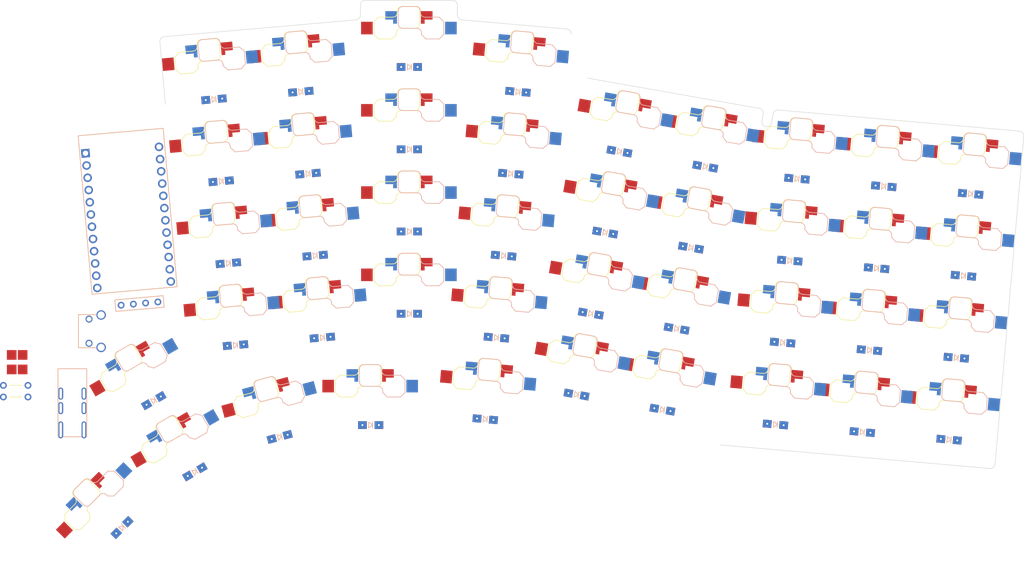
<source format=kicad_pcb>
(kicad_pcb (version 20221018) (generator pcbnew)
  (layers (0 "F.Cu" signal) (31 "B.Cu" signal) (34 "B.Paste" user) (35 "F.Paste" user) (36 "B.SilkS" user "B.Silkscreen") (37 "F.SilkS" user "F.Silkscreen") (38 "B.Mask" user) (39 "F.Mask" user) (44 "Edge.Cuts" user))
  (net 0 "")
  (net 1 "row0")
  (net 2 "row2")
  (net 3 "row3")
  (net 4 "row4")
  (net 5 "DATA")
  (net 6 "GND")
  (net 7 "Net-(JP1-A)")
  (net 8 "Net-(JP2-B)")
  (net 9 "VCC")
  (net 10 "SCL")
  (net 11 "SDA")
  (net 12 "col1")
  (net 13 "col2")
  (net 14 "col3")
  (net 15 "col4")
  (net 16 "col5")
  (net 17 "col6")
  (net 18 "col7")
  (net 19 "col8")
  (net 20 "col0")
  (net 21 "RESET")
  (net 24 "Net-(SW01-Pad3)")
  (net 25 "Net-(SW02-Pad3)")
  (net 26 "Net-(SW03-Pad3)")
  (net 27 "Net-(SW04-Pad3)")
  (net 28 "Net-(SW11-Pad3)")
  (net 29 "Net-(SW12-Pad3)")
  (net 30 "Net-(SW13-Pad3)")
  (net 31 "Net-(SW14-Pad3)")
  (net 32 "Net-(SW15-Pad3)")
  (net 33 "Net-(SW16-Pad3)")
  (net 34 "Net-(SW17-Pad3)")
  (net 35 "Net-(SW18-Pad3)")
  (net 36 "Net-(SW19-Pad3)")
  (net 37 "Net-(SW21-Pad3)")
  (net 38 "Net-(SW22-Pad3)")
  (net 39 "Net-(SW23-Pad3)")
  (net 40 "Net-(SW24-Pad3)")
  (net 41 "Net-(SW25-Pad3)")
  (net 42 "Net-(SW26-Pad3)")
  (net 43 "Net-(SW27-Pad3)")
  (net 44 "Net-(SW28-Pad3)")
  (net 45 "Net-(SW29-Pad3)")
  (net 46 "Net-(SW30-Pad3)")
  (net 47 "Net-(SW31-Pad3)")
  (net 48 "Net-(SW32-Pad3)")
  (net 49 "Net-(SW33-Pad3)")
  (net 50 "Net-(SW34-Pad3)")
  (net 51 "Net-(SW35-Pad3)")
  (net 52 "Net-(SW36-Pad3)")
  (net 53 "Net-(SW37-Pad3)")
  (net 54 "Net-(SW38-Pad3)")
  (net 55 "Net-(SW39-Pad3)")
  (net 56 "Net-(SW40-Pad3)")
  (net 57 "Net-(SW41-Pad3)")
  (net 58 "Net-(SW42-Pad3)")
  (net 59 "Net-(SW43-Pad3)")
  (net 60 "Net-(SW44-Pad3)")
  (net 61 "Net-(SW45-Pad3)")
  (net 62 "Net-(SW46-Pad3)")
  (net 63 "Net-(SW47-Pad3)")
  (net 64 "Net-(SW48-Pad3)")
  (net 65 "Net-(SW49-Pad3)")
  (net 66 "row1")
  (footprint "myles-keyboard:Key" (layer "F.Cu") (at 95.3746 24.5257 -5)
    (fp_text reference "SW38")
    (fp_text value "Key" hide)
    (pad "" np_thru_hole circle (at -5.5 0 355) (size 1.9 1.9) (drill 1.9) (layers "F&B.Cu" "*.Mask"))
    (pad "" np_thru_hole circle (at -5 -3.75 355) (size 3 3) (drill 3) (layers "F&B.Cu" "*.Mask"))
    (pad "" np_thru_hole circle (at 0 -5.95 355) (size 3 3) (drill 3) (layers "F&B.Cu" "*.Mask"))
    (pad "" np_thru_hole circle (at 0 0 355) (size 3.4 3.4) (drill 3.4) (layers "F&B.Cu" "*.Mask"))
    (pad "" np_thru_hole circle (at 5.005 -3.75 355) (size 3 3) (drill 3) (layers "F&B.Cu" "*.Mask"))
    (pad "" np_thru_hole circle (at 5.5 0 355) (size 1.9 1.9) (drill 1.9) (layers "F&B.Cu" "*.Mask"))
    (pad "1" smd rect (at -8.675 -3.75 355) (size 2.4 2.6) (layers "F.Cu" "F.Paste" "F.Mask") (net 18 "col7"))
    (pad "2" smd rect (at -3.675 -6.375 355) (size 2.4 1.75) (layers "B.Cu" "B.Paste" "B.Mask") (net 18 "col7"))
    (pad "2" smd rect (at -2.8625 -5.075 355) (size 0.775 0.85) (layers "B.Cu" "B.Paste" "B.Mask") (net 18 "col7"))
    (pad "3" smd rect (at 8.675 -3.75 355) (size 2.4 2.6) (layers "B.Cu" "B.Paste" "B.Mask") (net 54 "Net-(SW38-Pad3)"))
    (pad "4" smd rect (at 2.8625 -5.075 355) (size 0.775 0.85) (layers "F.Cu" "F.Paste" "F.Mask") (net 54 "Net-(SW38-Pad3)"))
    (pad "4" smd rect (at 3.675 -6.375 355) (size 2.4 1.75) (layers "F.Cu" "F.Paste" "F.Mask") (net 54 "Net-(SW38-Pad3)"))
    (pad "5" thru_hole rect (at -1.6 4.3 175) (size 1.8 1.6) (drill 0.4) (layers "*.Cu" "*.Mask") (net 54 "Net-(SW38-Pad3)"))
    (pad "6" thru_hole rect (at 1.8 4.3 175) (size 1.8 1.6) (drill 0.4) (layers "*.Cu" "*.Mask") (net 3 "row3"))
  )
  (footprint "myles-keyboard:Key" (layer "F.Cu") (at -22.7912 -28.8706 5)
    (fp_text reference "SW02")
    (fp_text value "Key" hide)
    (pad "" np_thru_hole circle (at -5.5 0 5) (size 1.9 1.9) (drill 1.9) (layers "F&B.Cu" "*.Mask"))
    (pad "" np_thru_hole circle (at -5 -3.75 5) (size 3 3) (drill 3) (layers "F&B.Cu" "*.Mask"))
    (pad "" np_thru_hole circle (at 0 -5.95 5) (size 3 3) (drill 3) (layers "F&B.Cu" "*.Mask"))
    (pad "" np_thru_hole circle (at 0 0 5) (size 3.4 3.4) (drill 3.4) (layers "F&B.Cu" "*.Mask"))
    (pad "" np_thru_hole circle (at 5.005 -3.75 5) (size 3 3) (drill 3) (layers "F&B.Cu" "*.Mask"))
    (pad "" np_thru_hole circle (at 5.5 0 5) (size 1.9 1.9) (drill 1.9) (layers "F&B.Cu" "*.Mask"))
    (pad "1" smd rect (at -8.675 -3.75 5) (size 2.4 2.6) (layers "F.Cu" "F.Paste" "F.Mask") (net 12 "col1"))
    (pad "2" smd rect (at -3.675 -6.375 5) (size 2.4 1.75) (layers "B.Cu" "B.Paste" "B.Mask") (net 12 "col1"))
    (pad "2" smd rect (at -2.8625 -5.075 5) (size 0.775 0.85) (layers "B.Cu" "B.Paste" "B.Mask") (net 12 "col1"))
    (pad "3" smd rect (at 8.675 -3.75 5) (size 2.4 2.6) (layers "B.Cu" "B.Paste" "B.Mask") (net 25 "Net-(SW02-Pad3)"))
    (pad "4" smd rect (at 2.8625 -5.075 5) (size 0.775 0.85) (layers "F.Cu" "F.Paste" "F.Mask") (net 25 "Net-(SW02-Pad3)"))
    (pad "4" smd rect (at 3.675 -6.375 5) (size 2.4 1.75) (layers "F.Cu" "F.Paste" "F.Mask") (net 25 "Net-(SW02-Pad3)"))
    (pad "5" thru_hole rect (at -1.6 4.3 185) (size 1.8 1.6) (drill 0.4) (layers "*.Cu" "*.Mask") (net 25 "Net-(SW02-Pad3)"))
    (pad "6" thru_hole rect (at 1.8 4.3 185) (size 1.8 1.6) (drill 0.4) (layers "*.Cu" "*.Mask") (net 1 "row0"))
  )
  (footprint "myles-keyboard:MJTP1117" (layer "F.Cu") (at -66.1 24.9 90)
    (fp_text reference "SW_RST1")
    (fp_text value "SW_Push" hide)
    (pad "" thru_hole circle (at -3.35 2.545 90) (size 1.95 1.95) (drill 1.45) (layers "*.Cu" "*.Mask"))
    (pad "" thru_hole circle (at 3.35 2.545 90) (size 1.95 1.95) (drill 1.45) (layers "*.Cu" "*.Mask"))
    (pad "1" thru_hole circle (at -2.5 0.045 90) (size 1.45 1.45) (drill 0.95) (layers "*.Cu" "*.Mask") (net 21 "RESET"))
    (pad "2" thru_hole circle (at 2.5 0.045 90) (size 1.45 1.45) (drill 0.95) (layers "*.Cu" "*.Mask") (net 6 "GND"))
  )
  (footprint "myles-keyboard:Key" (layer "F.Cu") (at 114.7878 9.1591 -5)
    (fp_text reference "SW29")
    (fp_text value "Key" hide)
    (pad "" np_thru_hole circle (at -5.5 0 355) (size 1.9 1.9) (drill 1.9) (layers "F&B.Cu" "*.Mask"))
    (pad "" np_thru_hole circle (at -5 -3.75 355) (size 3 3) (drill 3) (layers "F&B.Cu" "*.Mask"))
    (pad "" np_thru_hole circle (at 0 -5.95 355) (size 3 3) (drill 3) (layers "F&B.Cu" "*.Mask"))
    (pad "" np_thru_hole circle (at 0 0 355) (size 3.4 3.4) (drill 3.4) (layers "F&B.Cu" "*.Mask"))
    (pad "" np_thru_hole circle (at 5.005 -3.75 355) (size 3 3) (drill 3) (layers "F&B.Cu" "*.Mask"))
    (pad "" np_thru_hole circle (at 5.5 0 355) (size 1.9 1.9) (drill 1.9) (layers "F&B.Cu" "*.Mask"))
    (pad "1" smd rect (at -8.675 -3.75 355) (size 2.4 2.6) (layers "F.Cu" "F.Paste" "F.Mask") (net 19 "col8"))
    (pad "2" smd rect (at -3.675 -6.375 355) (size 2.4 1.75) (layers "B.Cu" "B.Paste" "B.Mask") (net 19 "col8"))
    (pad "2" smd rect (at -2.8625 -5.075 355) (size 0.775 0.85) (layers "B.Cu" "B.Paste" "B.Mask") (net 19 "col8"))
    (pad "3" smd rect (at 8.675 -3.75 355) (size 2.4 2.6) (layers "B.Cu" "B.Paste" "B.Mask") (net 45 "Net-(SW29-Pad3)"))
    (pad "4" smd rect (at 2.8625 -5.075 355) (size 0.775 0.85) (layers "F.Cu" "F.Paste" "F.Mask") (net 45 "Net-(SW29-Pad3)"))
    (pad "4" smd rect (at 3.675 -6.375 355) (size 2.4 1.75) (layers "F.Cu" "F.Paste" "F.Mask") (net 45 "Net-(SW29-Pad3)"))
    (pad "5" thru_hole rect (at -1.6 4.3 175) (size 1.8 1.6) (drill 0.4) (layers "*.Cu" "*.Mask") (net 45 "Net-(SW29-Pad3)"))
    (pad "6" thru_hole rect (at 1.8 4.3 175) (size 1.8 1.6) (drill 0.4) (layers "*.Cu" "*.Mask") (net 2 "row2"))
  )
  (footprint "myles-keyboard:R" (layer "F.Cu") (at -81.2 36.1)
    (fp_text reference "R1")
    (fp_text value "R" hide)
    (pad "1" thru_hole circle (at -2.54 0) (size 1.397 1.397) (drill 0.8128) (layers "*.Cu" "*.Mask") (net 9 "VCC"))
    (pad "2" thru_hole circle (at 2.54 0) (size 1.397 1.397) (drill 0.8128) (layers "*.Cu" "*.Mask") (net 11 "SDA"))
  )
  (footprint "myles-keyboard:Key" (layer "F.Cu") (at 22.7912 -28.8706 -5)
    (fp_text reference "SW04")
    (fp_text value "Key" hide)
    (pad "" np_thru_hole circle (at -5.5 0 355) (size 1.9 1.9) (drill 1.9) (layers "F&B.Cu" "*.Mask"))
    (pad "" np_thru_hole circle (at -5 -3.75 355) (size 3 3) (drill 3) (layers "F&B.Cu" "*.Mask"))
    (pad "" np_thru_hole circle (at 0 -5.95 355) (size 3 3) (drill 3) (layers "F&B.Cu" "*.Mask"))
    (pad "" np_thru_hole circle (at 0 0 355) (size 3.4 3.4) (drill 3.4) (layers "F&B.Cu" "*.Mask"))
    (pad "" np_thru_hole circle (at 5.005 -3.75 355) (size 3 3) (drill 3) (layers "F&B.Cu" "*.Mask"))
    (pad "" np_thru_hole circle (at 5.5 0 355) (size 1.9 1.9) (drill 1.9) (layers "F&B.Cu" "*.Mask"))
    (pad "1" smd rect (at -8.675 -3.75 355) (size 2.4 2.6) (layers "F.Cu" "F.Paste" "F.Mask") (net 14 "col3"))
    (pad "2" smd rect (at -3.675 -6.375 355) (size 2.4 1.75) (layers "B.Cu" "B.Paste" "B.Mask") (net 14 "col3"))
    (pad "2" smd rect (at -2.8625 -5.075 355) (size 0.775 0.85) (layers "B.Cu" "B.Paste" "B.Mask") (net 14 "col3"))
    (pad "3" smd rect (at 8.675 -3.75 355) (size 2.4 2.6) (layers "B.Cu" "B.Paste" "B.Mask") (net 27 "Net-(SW04-Pad3)"))
    (pad "4" smd rect (at 2.8625 -5.075 355) (size 0.775 0.85) (layers "F.Cu" "F.Paste" "F.Mask") (net 27 "Net-(SW04-Pad3)"))
    (pad "4" smd rect (at 3.675 -6.375 355) (size 2.4 1.75) (layers "F.Cu" "F.Paste" "F.Mask") (net 27 "Net-(SW04-Pad3)"))
    (pad "5" thru_hole rect (at -1.6 4.3 175) (size 1.8 1.6) (drill 0.4) (layers "*.Cu" "*.Mask") (net 27 "Net-(SW04-Pad3)"))
    (pad "6" thru_hole rect (at 1.8 4.3 175) (size 1.8 1.6) (drill 0.4) (layers "*.Cu" "*.Mask") (net 1 "row0"))
  )
  (footprint "myles-keyboard:Key" (layer "F.Cu") (at 111.8245 43.0298 -5)
    (fp_text reference "SW49")
    (fp_text value "Key" hide)
    (pad "" np_thru_hole circle (at -5.5 0 355) (size 1.9 1.9) (drill 1.9) (layers "F&B.Cu" "*.Mask"))
    (pad "" np_thru_hole circle (at -5 -3.75 355) (size 3 3) (drill 3) (layers "F&B.Cu" "*.Mask"))
    (pad "" np_thru_hole circle (at 0 -5.95 355) (size 3 3) (drill 3) (layers "F&B.Cu" "*.Mask"))
    (pad "" np_thru_hole circle (at 0 0 355) (size 3.4 3.4) (drill 3.4) (layers "F&B.Cu" "*.Mask"))
    (pad "" np_thru_hole circle (at 5.005 -3.75 355) (size 3 3) (drill 3) (layers "F&B.Cu" "*.Mask"))
    (pad "" np_thru_hole circle (at 5.5 0 355) (size 1.9 1.9) (drill 1.9) (layers "F&B.Cu" "*.Mask"))
    (pad "1" smd rect (at -8.675 -3.75 355) (size 2.4 2.6) (layers "F.Cu" "F.Paste" "F.Mask") (net 19 "col8"))
    (pad "2" smd rect (at -3.675 -6.375 355) (size 2.4 1.75) (layers "B.Cu" "B.Paste" "B.Mask") (net 19 "col8"))
    (pad "2" smd rect (at -2.8625 -5.075 355) (size 0.775 0.85) (layers "B.Cu" "B.Paste" "B.Mask") (net 19 "col8"))
    (pad "3" smd rect (at 8.675 -3.75 355) (size 2.4 2.6) (layers "B.Cu" "B.Paste" "B.Mask") (net 65 "Net-(SW49-Pad3)"))
    (pad "4" smd rect (at 2.8625 -5.075 355) (size 0.775 0.85) (layers "F.Cu" "F.Paste" "F.Mask") (net 65 "Net-(SW49-Pad3)"))
    (pad "4" smd rect (at 3.675 -6.375 355) (size 2.4 1.75) (layers "F.Cu" "F.Paste" "F.Mask") (net 65 "Net-(SW49-Pad3)"))
    (pad "5" thru_hole rect (at -1.6 4.3 175) (size 1.8 1.6) (drill 0.4) (layers "*.Cu" "*.Mask") (net 65 "Net-(SW49-Pad3)"))
    (pad "6" thru_hole rect (at 1.8 4.3 175) (size 1.8 1.6) (drill 0.4) (layers "*.Cu" "*.Mask") (net 4 "row4"))
  )
  (footprint "myles-keyboard:R" (layer "F.Cu") (at -81.2 38.497)
    (fp_text reference "R2")
    (fp_text value "R" hide)
    (pad "1" thru_hole circle (at -2.54 0) (size 1.397 1.397) (drill 0.8128) (layers "*.Cu" "*.Mask") (net 9 "VCC"))
    (pad "2" thru_hole circle (at 2.54 0) (size 1.397 1.397) (drill 0.8128) (layers "*.Cu" "*.Mask") (net 10 "SCL"))
  )
  (footprint "myles-keyboard:Key" (layer "F.Cu") (at -19.8279 5 5)
    (fp_text reference "SW22")
    (fp_text value "Key" hide)
    (pad "" np_thru_hole circle (at -5.5 0 5) (size 1.9 1.9) (drill 1.9) (layers "F&B.Cu" "*.Mask"))
    (pad "" np_thru_hole circle (at -5 -3.75 5) (size 3 3) (drill 3) (layers "F&B.Cu" "*.Mask"))
    (pad "" np_thru_hole circle (at 0 -5.95 5) (size 3 3) (drill 3) (layers "F&B.Cu" "*.Mask"))
    (pad "" np_thru_hole circle (at 0 0 5) (size 3.4 3.4) (drill 3.4) (layers "F&B.Cu" "*.Mask"))
    (pad "" np_thru_hole circle (at 5.005 -3.75 5) (size 3 3) (drill 3) (layers "F&B.Cu" "*.Mask"))
    (pad "" np_thru_hole circle (at 5.5 0 5) (size 1.9 1.9) (drill 1.9) (layers "F&B.Cu" "*.Mask"))
    (pad "1" smd rect (at -8.675 -3.75 5) (size 2.4 2.6) (layers "F.Cu" "F.Paste" "F.Mask") (net 12 "col1"))
    (pad "2" smd rect (at -3.675 -6.375 5) (size 2.4 1.75) (layers "B.Cu" "B.Paste" "B.Mask") (net 12 "col1"))
    (pad "2" smd rect (at -2.8625 -5.075 5) (size 0.775 0.85) (layers "B.Cu" "B.Paste" "B.Mask") (net 12 "col1"))
    (pad "3" smd rect (at 8.675 -3.75 5) (size 2.4 2.6) (layers "B.Cu" "B.Paste" "B.Mask") (net 38 "Net-(SW22-Pad3)"))
    (pad "4" smd rect (at 2.8625 -5.075 5) (size 0.775 0.85) (layers "F.Cu" "F.Paste" "F.Mask") (net 38 "Net-(SW22-Pad3)"))
    (pad "4" smd rect (at 3.675 -6.375 5) (size 2.4 1.75) (layers "F.Cu" "F.Paste" "F.Mask") (net 38 "Net-(SW22-Pad3)"))
    (pad "5" thru_hole rect (at -1.6 4.3 185) (size 1.8 1.6) (drill 0.4) (layers "*.Cu" "*.Mask") (net 38 "Net-(SW22-Pad3)"))
    (pad "6" thru_hole rect (at 1.8 4.3 185) (size 1.8 1.6) (drill 0.4) (layers "*.Cu" "*.Mask") (net 2 "row2"))
  )
  (footprint "myles-keyboard:Key" (layer "F.Cu") (at -27.8933 42.619 15)
    (fp_text reference "SW42")
    (fp_text value "Key" hide)
    (pad "" np_thru_hole circle (at -5.5 0 15) (size 1.9 1.9) (drill 1.9) (layers "F&B.Cu" "*.Mask"))
    (pad "" np_thru_hole circle (at -5 -3.75 15) (size 3 3) (drill 3) (layers "F&B.Cu" "*.Mask"))
    (pad "" np_thru_hole circle (at 0 -5.95 15) (size 3 3) (drill 3) (layers "F&B.Cu" "*.Mask"))
    (pad "" np_thru_hole circle (at 0 0 15) (size 3.4 3.4) (drill 3.4) (layers "F&B.Cu" "*.Mask"))
    (pad "" np_thru_hole circle (at 5.005 -3.75 15) (size 3 3) (drill 3) (layers "F&B.Cu" "*.Mask"))
    (pad "" np_thru_hole circle (at 5.5 0 15) (size 1.9 1.9) (drill 1.9) (layers "F&B.Cu" "*.Mask"))
    (pad "1" smd rect (at -8.675 -3.75 15) (size 2.4 2.6) (layers "F.Cu" "F.Paste" "F.Mask") (net 12 "col1"))
    (pad "2" smd rect (at -3.675 -6.375 15) (size 2.4 1.75) (layers "B.Cu" "B.Paste" "B.Mask") (net 12 "col1"))
    (pad "2" smd rect (at -2.8625 -5.075 15) (size 0.775 0.85) (layers "B.Cu" "B.Paste" "B.Mask") (net 12 "col1"))
    (pad "3" smd rect (at 8.675 -3.75 15) (size 2.4 2.6) (layers "B.Cu" "B.Paste" "B.Mask") (net 58 "Net-(SW42-Pad3)"))
    (pad "4" smd rect (at 2.8625 -5.075 15) (size 0.775 0.85) (layers "F.Cu" "F.Paste" "F.Mask") (net 58 "Net-(SW42-Pad3)"))
    (pad "4" smd rect (at 3.675 -6.375 15) (size 2.4 1.75) (layers "F.Cu" "F.Paste" "F.Mask") (net 58 "Net-(SW42-Pad3)"))
    (pad "5" thru_hole rect (at -1.6 4.3 195) (size 1.8 1.6) (drill 0.4) (layers "*.Cu" "*.Mask") (net 58 "Net-(SW42-Pad3)"))
    (pad "6" thru_hole rect (at 1.8 4.3 195) (size 1.8 1.6) (drill 0.4) (layers "*.Cu" "*.Mask") (net 4 "row4"))
  )
  (footprint "myles-keyboard:Key" (layer "F.Cu") (at -54.9309 35.5751 30)
    (fp_text reference "SW30")
    (fp_text value "Key" hide)
    (pad "" np_thru_hole circle (at -5.5 0 30) (size 1.9 1.9) (drill 1.9) (layers "F&B.Cu" "*.Mask"))
    (pad "" np_thru_hole circle (at -5 -3.75 30) (size 3 3) (drill 3) (layers "F&B.Cu" "*.Mask"))
    (pad "" np_thru_hole circle (at 0 -5.95 30) (size 3 3) (drill 3) (layers "F&B.Cu" "*.Mask"))
    (pad "" np_thru_hole circle (at 0 0 30) (size 3.4 3.4) (drill 3.4) (layers "F&B.Cu" "*.Mask"))
    (pad "" np_thru_hole circle (at 5.005 -3.75 30) (size 3 3) (drill 3) (layers "F&B.Cu" "*.Mask"))
    (pad "" np_thru_hole circle (at 5.5 0 30) (size 1.9 1.9) (drill 1.9) (layers "F&B.Cu" "*.Mask"))
    (pad "1" smd rect (at -8.675 -3.75 30) (size 2.4 2.6) (layers "F.Cu" "F.Paste" "F.Mask") (net 20 "col0"))
    (pad "2" smd rect (at -3.675 -6.375 30) (size 2.4 1.75) (layers "B.Cu" "B.Paste" "B.Mask") (net 20 "col0"))
    (pad "2" smd rect (at -2.8625 -5.075 30) (size 0.775 0.85) (layers "B.Cu" "B.Paste" "B.Mask") (net 20 "col0"))
    (pad "3" smd rect (at 8.675 -3.75 30) (size 2.4 2.6) (layers "B.Cu" "B.Paste" "B.Mask") (net 46 "Net-(SW30-Pad3)"))
    (pad "4" smd rect (at 2.8625 -5.075 30) (size 0.775 0.85) (layers "F.Cu" "F.Paste" "F.Mask") (net 46 "Net-(SW30-Pad3)"))
    (pad "4" smd rect (at 3.675 -6.375 30) (size 2.4 1.75) (layers "F.Cu" "F.Paste" "F.Mask") (net 46 "Net-(SW30-Pad3)"))
    (pad "5" thru_hole rect (at -1.6 4.3 210) (size 1.8 1.6) (drill 0.4) (layers "*.Cu" "*.Mask") (net 46 "Net-(SW30-Pad3)"))
    (pad "6" thru_hole rect (at 1.8 4.3 210) (size 1.8 1.6) (drill 0.4) (layers "*.Cu" "*.Mask") (net 3 "row3"))
  )
  (footprint "myles-keyboard:Key" (layer "F.Cu") (at 41.1637 0.2583 -10)
    (fp_text reference "SW25")
    (fp_text value "Key" hide)
    (pad "" np_thru_hole circle (at -5.5 0 350) (size 1.9 1.9) (drill 1.9) (layers "F&B.Cu" "*.Mask"))
    (pad "" np_thru_hole circle (at -5 -3.75 350) (size 3 3) (drill 3) (layers "F&B.Cu" "*.Mask"))
    (pad "" np_thru_hole circle (at 0 -5.95 350) (size 3 3) (drill 3) (layers "F&B.Cu" "*.Mask"))
    (pad "" np_thru_hole circle (at 0 0 350) (size 3.4 3.4) (drill 3.4) (layers "F&B.Cu" "*.Mask"))
    (pad "" np_thru_hole circle (at 5.005 -3.75 350) (size 3 3) (drill 3) (layers "F&B.Cu" "*.Mask"))
    (pad "" np_thru_hole circle (at 5.5 0 350) (size 1.9 1.9) (drill 1.9) (layers "F&B.Cu" "*.Mask"))
    (pad "1" smd rect (at -8.675 -3.75 350) (size 2.4 2.6) (layers "F.Cu" "F.Paste" "F.Mask") (net 15 "col4"))
    (pad "2" smd rect (at -3.675 -6.375 350) (size 2.4 1.75) (layers "B.Cu" "B.Paste" "B.Mask") (net 15 "col4"))
    (pad "2" smd rect (at -2.8625 -5.075 350) (size 0.775 0.85) (layers "B.Cu" "B.Paste" "B.Mask") (net 15 "col4"))
    (pad "3" smd rect (at 8.675 -3.75 350) (size 2.4 2.6) (layers "B.Cu" "B.Paste" "B.Mask") (net 41 "Net-(SW25-Pad3)"))
    (pad "4" smd rect (at 2.8625 -5.075 350) (size 0.775 0.85) (layers "F.Cu" "F.Paste" "F.Mask") (net 41 "Net-(SW25-Pad3)"))
    (pad "4" smd rect (at 3.675 -6.375 350) (size 2.4 1.75) (layers "F.Cu" "F.Paste" "F.Mask") (net 41 "Net-(SW25-Pad3)"))
    (pad "5" thru_hole rect (at -1.6 4.3 170) (size 1.8 1.6) (drill 0.4) (layers "*.Cu" "*.Mask") (net 41 "Net-(SW25-Pad3)"))
    (pad "6" thru_hole rect (at 1.8 4.3 170) (size 1.8 1.6) (drill 0.4) (layers "*.Cu" "*.Mask") (net 2 "row2"))
  )
  (footprint "myles-keyboard:Key" (layer "F.Cu") (at 19.8279 5 -5)
    (fp_text reference "SW24")
    (fp_text value "Key" hide)
    (pad "" np_thru_hole circle (at -5.5 0 355) (size 1.9 1.9) (drill 1.9) (layers "F&B.Cu" "*.Mask"))
    (pad "" np_thru_hole circle (at -5 -3.75 355) (size 3 3) (drill 3) (layers "F&B.Cu" "*.Mask"))
    (pad "" np_thru_hole circle (at 0 -5.95 355) (size 3 3) (drill 3) (layers "F&B.Cu" "*.Mask"))
    (pad "" np_thru_hole circle (at 0 0 355) (size 3.4 3.4) (drill 3.4) (layers "F&B.Cu" "*.Mask"))
    (pad "" np_thru_hole circle (at 5.005 -3.75 355) (size 3 3) (drill 3) (layers "F&B.Cu" "*.Mask"))
    (pad "" np_thru_hole circle (at 5.5 0 355) (size 1.9 1.9) (drill 1.9) (layers "F&B.Cu" "*.Mask"))
    (pad "1" smd rect (at -8.675 -3.75 355) (size 2.4 2.6) (layers "F.Cu" "F.Paste" "F.Mask") (net 14 "col3"))
    (pad "2" smd rect (at -3.675 -6.375 355) (size 2.4 1.75) (layers "B.Cu" "B.Paste" "B.Mask") (net 14 "col3"))
    (pad "2" smd rect (at -2.8625 -5.075 355) (size 0.775 0.85) (layers "B.Cu" "B.Paste" "B.Mask") (net 14 "col3"))
    (pad "3" smd rect (at 8.675 -3.75 355) (size 2.4 2.6) (layers "B.Cu" "B.Paste" "B.Mask") (net 40 "Net-(SW24-Pad3)"))
    (pad "4" smd rect (at 2.8625 -5.075 355) (size 0.775 0.85) (layers "F.Cu" "F.Paste" "F.Mask") (net 40 "Net-(SW24-Pad3)"))
    (pad "4" smd rect (at 3.675 -6.375 355) (size 2.4 1.75) (layers "F.Cu" "F.Paste" "F.Mask") (net 40 "Net-(SW24-Pad3)"))
    (pad "5" thru_hole rect (at -1.6 4.3 175) (size 1.8 1.6) (drill 0.4) (layers "*.Cu" "*.Mask") (net 40 "Net-(SW24-Pad3)"))
    (pad "6" thru_hole rect (at 1.8 4.3 175) (size 1.8 1.6) (drill 0.4) (layers "*.Cu" "*.Mask") (net 2 "row2"))
  )
  (footprint "myles-keyboard:Key" (layer "F.Cu") (at -40.7227 -27.3018 5)
    (fp_text reference "SW01")
    (fp_text value "Key" hide)
    (pad "" np_thru_hole circle (at -5.5 0 5) (size 1.9 1.9) (drill 1.9) (layers "F&B.Cu" "*.Mask"))
    (pad "" np_thru_hole circle (at -5 -3.75 5) (size 3 3) (drill 3) (layers "F&B.Cu" "*.Mask"))
    (pad "" np_thru_hole circle (at 0 -5.95 5) (size 3 3) (drill 3) (layers "F&B.Cu" "*.Mask"))
    (pad "" np_thru_hole circle (at 0 0 5) (size 3.4 3.4) (drill 3.4) (layers "F&B.Cu" "*.Mask"))
    (pad "" np_thru_hole circle (at 5.005 -3.75 5) (size 3 3) (drill 3) (layers "F&B.Cu" "*.Mask"))
    (pad "" np_thru_hole circle (at 5.5 0 5) (size 1.9 1.9) (drill 1.9) (layers "F&B.Cu" "*.Mask"))
    (pad "1" smd rect (at -8.675 -3.75 5) (size 2.4 2.6) (layers "F.Cu" "F.Paste" "F.Mask") (net 12 "col1"))
    (pad "2" smd rect (at -3.675 -6.375 5) (size 2.4 1.75) (layers "B.Cu" "B.Paste" "B.Mask") (net 12 "col1"))
    (pad "2" smd rect (at -2.8625 -5.075 5) (size 0.775 0.85) (layers "B.Cu" "B.Paste" "B.Mask") (net 12 "col1"))
    (pad "3" smd rect (at 8.675 -3.75 5) (size 2.4 2.6) (layers "B.Cu" "B.Paste" "B.Mask") (net 24 "Net-(SW01-Pad3)"))
    (pad "4" smd rect (at 2.8625 -5.075 5) (size 0.775 0.85) (layers "F.Cu" "F.Paste" "F.Mask") (net 24 "Net-(SW01-Pad3)"))
    (pad "4" smd rect (at 3.675 -6.375 5) (size 2.4 1.75) (layers "F.Cu" "F.Paste" "F.Mask") (net 24 "Net-(SW01-Pad3)"))
    (pad "5" thru_hole rect (at -1.6 4.3 185) (size 1.8 1.6) (drill 0.4) (layers "*.Cu" "*.Mask") (net 24 "Net-(SW01-Pad3)"))
    (pad "6" thru_hole rect (at 1.8 4.3 185) (size 1.8 1.6) (drill 0.4) (layers "*.Cu" "*.Mask") (net 1 "row0"))
  )
  (footprint "myles-keyboard:Jumper" (layer "F.Cu") (at -80.8952 32.8046)
    (fp_text reference "JP2")
    (fp_text value "Jumper_2_Open" hide)
    (pad "1" smd rect (at -1.125 0) (size 2 2) (layers "F.Cu" "F.Paste" "F.Mask") (net 9 "VCC"))
    (pad "2" smd rect (at 1.125 0) (size 2 2) (layers "F.Cu" "F.Paste" "F.Mask") (net 8 "Net-(JP2-B)"))
  )
  (footprint "myles-keyboard:Key" (layer "F.Cu") (at 116.2694 -7.7762 -5)
    (fp_text reference "SW19")
    (fp_text value "Key" hide)
    (pad "" np_thru_hole circle (at -5.5 0 355) (size 1.9 1.9) (drill 1.9) (layers "F&B.Cu" "*.Mask"))
    (pad "" np_thru_hole circle (at -5 -3.75 355) (size 3 3) (drill 3) (layers "F&B.Cu" "*.Mask"))
    (pad "" np_thru_hole circle (at 0 -5.95 355) (size 3 3) (drill 3) (layers "F&B.Cu" "*.Mask"))
    (pad "" np_thru_hole circle (at 0 0 355) (size 3.4 3.4) (drill 3.4) (layers "F&B.Cu" "*.Mask"))
    (pad "" np_thru_hole circle (at 5.005 -3.75 355) (size 3 3) (drill 3) (layers "F&B.Cu" "*.Mask"))
    (pad "" np_thru_hole circle (at 5.5 0 355) (size 1.9 1.9) (drill 1.9) (layers "F&B.Cu" "*.Mask"))
    (pad "1" smd rect (at -8.675 -3.75 355) (size 2.4 2.6) (layers "F.Cu" "F.Paste" "F.Mask") (net 19 "col8"))
    (pad "2" smd rect (at -3.675 -6.375 355) (size 2.4 1.75) (layers "B.Cu" "B.Paste" "B.Mask") (net 19 "col8"))
    (pad "2" smd rect (at -2.8625 -5.075 355) (size 0.775 0.85) (layers "B.Cu" "B.Paste" "B.Mask") (net 19 "col8"))
    (pad "3" smd rect (at 8.675 -3.75 355) (size 2.4 2.6) (layers "B.Cu" "B.Paste" "B.Mask") (net 36 "Net-(SW19-Pad3)"))
    (pad "4" smd rect (at 2.8625 -5.075 355) (size 0.775 0.85) (layers "F.Cu" "F.Paste" "F.Mask") (net 36 "Net-(SW19-Pad3)"))
    (pad "4" smd rect (at 3.675 -6.375 355) (size 2.4 1.75) (layers "F.Cu" "F.Paste" "F.Mask") (net 36 "Net-(SW19-Pad3)"))
    (pad "5" thru_hole rect (at -1.6 4.3 175) (size 1.8 1.6) (drill 0.4) (layers "*.Cu" "*.Mask") (net 36 "Net-(SW19-Pad3)"))
    (pad "6" thru_hole rect (at 1.8 4.3 175) (size 1.8 1.6) (drill 0.4) (layers "*.Cu" "*.Mask") (net 66 "row1"))
  )
  (footprint "myles-keyboard:Key" (layer "F.Cu") (at 44.1157 -16.4835 -10)
    (fp_text reference "SW15")
    (fp_text value "Key" hide)
    (pad "" np_thru_hole circle (at -5.5 0 350) (size 1.9 1.9) (drill 1.9) (layers "F&B.Cu" "*.Mask"))
    (pad "" np_thru_hole circle (at -5 -3.75 350) (size 3 3) (drill 3) (layers "F&B.Cu" "*.Mask"))
    (pad "" np_thru_hole circle (at 0 -5.95 350) (size 3 3) (drill 3) (layers "F&B.Cu" "*.Mask"))
    (pad "" np_thru_hole circle (at 0 0 350) (size 3.4 3.4) (drill 3.4) (layers "F&B.Cu" "*.Mask"))
    (pad "" np_thru_hole circle (at 5.005 -3.75 350) (size 3 3) (drill 3) (layers "F&B.Cu" "*.Mask"))
    (pad "" np_thru_hole circle (at 5.5 0 350) (size 1.9 1.9) (drill 1.9) (layers "F&B.Cu" "*.Mask"))
    (pad "1" smd rect (at -8.675 -3.75 350) (size 2.4 2.6) (layers "F.Cu" "F.Paste" "F.Mask") (net 15 "col4"))
    (pad "2" smd rect (at -3.675 -6.375 350) (size 2.4 1.75) (layers "B.Cu" "B.Paste" "B.Mask") (net 15 "col4"))
    (pad "2" smd rect (at -2.8625 -5.075 350) (size 0.775 0.85) (layers "B.Cu" "B.Paste" "B.Mask") (net 15 "col4"))
    (pad "3" smd rect (at 8.675 -3.75 350) (size 2.4 2.6) (layers "B.Cu" "B.Paste" "B.Mask") (net 32 "Net-(SW15-Pad3)"))
    (pad "4" smd rect (at 2.8625 -5.075 350) (size 0.775 0.85) (layers "F.Cu" "F.Paste" "F.Mask") (net 32 "Net-(SW15-Pad3)"))
    (pad "4" smd rect (at 3.675 -6.375 350) (size 2.4 1.75) (layers "F.Cu" "F.Paste" "F.Mask") (net 32 "Net-(SW15-Pad3)"))
    (pad "5" thru_hole rect (at -1.6 4.3 170) (size 1.8 1.6) (drill 0.4) (layers "*.Cu" "*.Mask") (net 32 "Net-(SW15-Pad3)"))
    (pad "6" thru_hole rect (at 1.8 4.3 170) (size 1.8 1.6) (drill 0.4) (layers "*.Cu" "*.Mask") (net 66 "row1"))
  )
  (footprint "myles-keyboard:Key" (layer "F.Cu") (at 75.9615 39.8922 -5)
    (fp_text reference "SW47")
    (fp_text value "Key" hide)
    (pad "" np_thru_hole circle (at -5.5 0 355) (size 1.9 1.9) (drill 1.9) (layers "F&B.Cu" "*.Mask"))
    (pad "" np_thru_hole circle (at -5 -3.75 355) (size 3 3) (drill 3) (layers "F&B.Cu" "*.Mask"))
    (pad "" np_thru_hole circle (at 0 -5.95 355) (size 3 3) (drill 3) (layers "F&B.Cu" "*.Mask"))
    (pad "" np_thru_hole circle (at 0 0 355) (size 3.4 3.4) (drill 3.4) (layers "F&B.Cu" "*.Mask"))
    (pad "" np_thru_hole circle (at 5.005 -3.75 355) (size 3 3) (drill 3) (layers "F&B.Cu" "*.Mask"))
    (pad "" np_thru_hole circle (at 5.5 0 355) (size 1.9 1.9) (drill 1.9) (layers "F&B.Cu" "*.Mask"))
    (pad "1" smd rect (at -8.675 -3.75 355) (size 2.4 2.6) (layers "F.Cu" "F.Paste" "F.Mask") (net 17 "col6"))
    (pad "2" smd rect (at -3.675 -6.375 355) (size 2.4 1.75) (layers "B.Cu" "B.Paste" "B.Mask") (net 17 "col6"))
    (pad "2" smd rect (at -2.8625 -5.075 355) (size 0.775 0.85) (layers "B.Cu" "B.Paste" "B.Mask") (net 17 "col6"))
    (pad "3" smd rect (at 8.675 -3.75 355) (size 2.4 2.6) (layers "B.Cu" "B.Paste" "B.Mask") (net 63 "Net-(SW47-Pad3)"))
    (pad "4" smd rect (at 2.8625 -5.075 355) (size 0.775 0.85) (layers "F.Cu" "F.Paste" "F.Mask") (net 63 "Net-(SW47-Pad3)"))
    (pad "4" smd rect (at 3.675 -6.375 355) (size 2.4 1.75) (layers "F.Cu" "F.Paste" "F.Mask") (net 63 "Net-(SW47-Pad3)"))
    (pad "5" thru_hole rect (at -1.6 4.3 175) (size 1.8 1.6) (drill 0.4) (layers "*.Cu" "*.Mask") (net 63 "Net-(SW47-Pad3)"))
    (pad "6" thru_hole rect (at 1.8 4.3 175) (size 1.8 1.6) (drill 0.4) (layers "*.Cu" "*.Mask") (net 4 "row4"))
  )
  (footprint "myles-keyboard:Key" (layer "F.Cu") (at 0 -34)
    (fp_text reference "SW03")
    (fp_text value "Key" hide)
    (pad "" np_thru_hole circle (at -5.5 0) (size 1.9 1.9) (drill 1.9) (layers "F&B.Cu" "*.Mask"))
    (pad "" np_thru_hole circle (at -5 -3.75) (size 3 3) (drill 3) (layers "F&B.Cu" "*.Mask"))
    (pad "" np_thru_hole circle (at 0 -5.95) (size 3 3) (drill 3) (layers "F&B.Cu" "*.Mask"))
    (pad "" np_thru_hole circle (at 0 0) (size 3.4 3.4) (drill 3.4) (layers "F&B.Cu" "*.Mask"))
    (pad "" np_thru_hole circle (at 5.005 -3.75) (size 3 3) (drill 3) (layers "F&B.Cu" "*.Mask"))
    (pad "" np_thru_hole circle (at 5.5 0) (size 1.9 1.9) (drill 1.9) (layers "F&B.Cu" "*.Mask"))
    (pad "1" smd rect (at -8.675 -3.75) (size 2.4 2.6) (layers "F.Cu" "F.Paste" "F.Mask") (net 13 "col2"))
    (pad "2" smd rect (at -3.675 -6.375) (size 2.4 1.75) (layers "B.Cu" "B.Paste" "B.Mask") (net 13 "col2"))
    (pad "2" smd rect (at -2.8625 -5.075) (size 0.775 0.85) (layers "B.Cu" "B.Paste" "B.Mask") (net 13 "col2"))
    (pad "3" smd rect (at 8.675 -3.75) (size 2.4 2.6) (layers "B.Cu" "B.Paste" "B.Mask") (net 26 "Net-(SW03-Pad3)"))
    (pad "4" smd rect (at 2.8625 -5.075) (size 0.775 0.85) (layers "F.Cu" "F.Paste" "F.Mask") (net 26 "Net-(SW03-Pad3)"))
    (pad "4" smd rect (at 3.675 -6.375) (size 2.4 1.75) (layers "F.Cu" "F.Paste" "F.Mask") (net 26 "Net-(SW03-Pad3)"))
    (pad "5" thru_hole rect (at -1.6 4.3 180) (size 1.8 1.6) (drill 0.4) (layers "*.Cu" "*.Mask") (net 26 "Net-(SW03-Pad3)"))
    (pad "6" thru_hole rect (at 1.8 4.3 180) (size 1.8 1.6) (drill 0.4) (layers "*.Cu" "*.Mask") (net 1 "row0"))
  )
  (footprint "myles-keyboard:Key" (layer "F.Cu") (at 35.2596 33.7417 -10)
    (fp_text reference "SW45")
    (fp_text value "Key" hide)
    (pad "" np_thru_hole circle (at -5.5 0 350) (size 1.9 1.9) (drill 1.9) (layers "F&B.Cu" "*.Mask"))
    (pad "" np_thru_hole circle (at -5 -3.75 350) (size 3 3) (drill 3) (layers "F&B.Cu" "*.Mask"))
    (pad "" np_thru_hole circle (at 0 -5.95 350) (size 3 3) (drill 3) (layers "F&B.Cu" "*.Mask"))
    (pad "" np_thru_hole circle (at 0 0 350) (size 3.4 3.4) (drill 3.4) (layers "F&B.Cu" "*.Mask"))
    (pad "" np_thru_hole circle (at 5.005 -3.75 350) (size 3 3) (drill 3) (layers "F&B.Cu" "*.Mask"))
    (pad "" np_thru_hole circle (at 5.5 0 350) (size 1.9 1.9) (drill 1.9) (layers "F&B.Cu" "*.Mask"))
    (pad "1" smd rect (at -8.675 -3.75 350) (size 2.4 2.6) (layers "F.Cu" "F.Paste" "F.Mask") (net 15 "col4"))
    (pad "2" smd rect (at -3.675 -6.375 350) (size 2.4 1.75) (layers "B.Cu" "B.Paste" "B.Mask") (net 15 "col4"))
    (pad "2" smd rect (at -2.8625 -5.075 350) (size 0.775 0.85) (layers "B.Cu" "B.Paste" "B.Mask") (net 15 "col4"))
    (pad "3" smd rect (at 8.675 -3.75 350) (size 2.4 2.6) (layers "B.Cu" "B.Paste" "B.Mask") (net 61 "Net-(SW45-Pad3)"))
    (pad "4" smd rect (at 2.8625 -5.075 350) (size 0.775 0.85) (layers "F.Cu" "F.Paste" "F.Mask") (net 61 "Net-(SW45-Pad3)"))
    (pad "4" smd rect (at 3.675 -6.375 350) (size 2.4 1.75) (layers "F.Cu" "F.Paste" "F.Mask") (net 61 "Net-(SW45-Pad3)"))
    (pad "5" thru_hole rect (at -1.6 4.3 170) (size 1.8 1.6) (drill 0.4) (layers "*.Cu" "*.Mask") (net 61 "Net-(SW45-Pad3)"))
    (pad "6" thru_hole rect (at 1.8 4.3 170) (size 1.8 1.6) (drill 0.4) (layers "*.Cu" "*.Mask") (net 4 "row4"))
  )
  (footprint "myles-keyboard:Key" (layer "F.Cu") (at 113.3061 26.0945 -5)
    (fp_text reference "SW39")
    (fp_text value "Key" hide)
    (pad "" np_thru_hole circle (at -5.5 0 355) (size 1.9 1.9) (drill 1.9) (layers "F&B.Cu" "*.Mask"))
    (pad "" np_thru_hole circle (at -5 -3.75 355) (size 3 3) (drill 3) (layers "F&B.Cu" "*.Mask"))
    (pad "" np_thru_hole circle (at 0 -5.95 355) (size 3 3) (drill 3) (layers "F&B.Cu" "*.Mask"))
    (pad "" np_thru_hole circle (at 0 0 355) (size 3.4 3.4) (drill 3.4) (layers "F&B.Cu" "*.Mask"))
    (pad "" np_thru_hole circle (at 5.005 -3.75 355) (size 3 3) (drill 3) (layers "F&B.Cu" "*.Mask"))
    (pad "" np_thru_hole circle (at 5.5 0 355) (size 1.9 1.9) (drill 1.9) (layers "F&B.Cu" "*.Mask"))
    (pad "1" smd rect (at -8.675 -3.75 355) (size 2.4 2.6) (layers "F.Cu" "F.Paste" "F.Mask") (net 19 "col8"))
    (pad "2" smd rect (at -3.675 -6.375 355) (size 2.4 1.75) (layers "B.Cu" "B.Paste" "B.Mask") (net 19 "col8"))
    (pad "2" smd rect (at -2.8625 -5.075 355) (size 0.775 0.85) (layers "B.Cu" "B.Paste" "B.Mask") (net 19 "col8"))
    (pad "3" smd rect (at 8.675 -3.75 355) (size 2.4 2.6) (layers "B.Cu" "B.Paste" "B.Mask") (net 55 "Net-(SW39-Pad3)"))
    (pad "4" smd rect (at 2.8625 -5.075 355) (size 0.775 0.85) (layers "F.Cu" "F.Paste" "F.Mask") (net 55 "Net-(SW39-Pad3)"))
    (pad "4" smd rect (at 3.675 -6.375 355) (size 2.4 1.75) (layers "F.Cu" "F.Paste" "F.Mask") (net 55 "Net-(SW39-Pad3)"))
    (pad "5" thru_hole rect (at -1.6 4.3 175) (size 1.8 1.6) (drill 0.4) (layers "*.Cu" "*.Mask") (net 55 "Net-(SW39-Pad3)"))
    (pad "6" thru_hole rect (at 1.8 4.3 175) (size 1.8 1.6) (drill 0.4) (layers "*.Cu" "*.Mask") (net 3 "row3"))
  )
  (footprint "myles-keyboard:Key" (layer "F.Cu") (at 98.3379 -9.345 -5)
    (fp_text reference "SW18")
    (fp_text value "Key" hide)
    (pad "" np_thru_hole circle (at -5.5 0 355) (size 1.9 1.9) (drill 1.9) (layers "F&B.Cu" "*.Mask"))
    (pad "" np_thru_hole circle (at -5 -3.75 355) (size 3 3) (drill 3) (layers "F&B.Cu" "*.Mask"))
    (pad "" np_thru_hole circle (at 0 -5.95 355) (size 3 3) (drill 3) (layers "F&B.Cu" "*.Mask"))
    (pad "" np_thru_hole circle (at 0 0 355) (size 3.4 3.4) (drill 3.4) (layers "F&B.Cu" "*.Mask"))
    (pad "" np_thru_hole circle (at 5.005 -3.75 355) (size 3 3) (drill 3) (layers "F&B.Cu" "*.Mask"))
    (pad "" np_thru_hole circle (at 5.5 0 355) (size 1.9 1.9) (drill 1.9) (layers "F&B.Cu" "*.Mask"))
    (pad "1" smd rect (at -8.675 -3.75 355) (size 2.4 2.6) (layers "F.Cu" "F.Paste" "F.Mask") (net 18 "col7"))
    (pad "2" smd rect (at -3.675 -6.375 355) (size 2.4 1.75) (layers "B.Cu" "B.Paste" "B.Mask") (net 18 "col7"))
    (pad "2" smd rect (at -2.8625 -5.075 355) (size 0.775 0.85) (layers "B.Cu" "B.Paste" "B.Mask") (net 18 "col7"))
    (pad "3" smd rect (at 8.675 -3.75 355) (size 2.4 2.6) (layers "B.Cu" "B.Paste" "B.Mask") (net 35 "Net-(SW18-Pad3)"))
    (pad "4" smd rect (at 2.8625 -5.075 355) (size 0.775 0.85) (layers "F.Cu" "F.Paste" "F.Mask") (net 35 "Net-(SW18-Pad3)"))
    (pad "4" smd rect (at 3.675 -6.375 355) (size 2.4 1.75) (layers "F.Cu" "F.Paste" "F.Mask") (net 35 "Net-(SW18-Pad3)"))
    (pad "5" thru_hole rect (at -1.6 4.3 175) (size 1.8 1.6) (drill 0.4) (layers "*.Cu" "*.Mask") (net 35 "Net-(SW18-Pad3)"))
    (pad "6" thru_hole rect (at 1.8 4.3 175) (size 1.8 1.6) (drill 0.4) (layers "*.Cu" "*.Mask") (net 66 "row1"))
  )
  (footprint "myles-keyboard:Key" (layer "F.Cu") (at 52.9862 36.8674 -10)
    (fp_text reference "SW46")
    (fp_text value "Key" hide)
    (pad "" np_thru_hole circle (at -5.5 0 350) (size 1.9 1.9) (drill 1.9) (layers "F&B.Cu" "*.Mask"))
    (pad "" np_thru_hole circle (at -5 -3.75 350) (size 3 3) (drill 3) (layers "F&B.Cu" "*.Mask"))
    (pad "" np_thru_hole circle (at 0 -5.95 350) (size 3 3) (drill 3) (layers "F&B.Cu" "*.Mask"))
    (pad "" np_thru_hole circle (at 0 0 350) (size 3.4 3.4) (drill 3.4) (layers "F&B.Cu" "*.Mask"))
    (pad "" np_thru_hole circle (at 5.005 -3.75 350) (size 3 3) (drill 3) (layers "F&B.Cu" "*.Mask"))
    (pad "" np_thru_hole circle (at 5.5 0 350) (size 1.9 1.9) (drill 1.9) (layers "F&B.Cu" "*.Mask"))
    (pad "1" smd rect (at -8.675 -3.75 350) (size 2.4 2.6) (layers "F.Cu" "F.Paste" "F.Mask") (net 16 "col5"))
    (pad "2" smd rect (at -3.675 -6.375 350) (size 2.4 1.75) (layers "B.Cu" "B.Paste" "B.Mask") (net 16 "col5"))
    (pad "2" smd rect (at -2.8625 -5.075 350) (size 0.775 0.85) (layers "B.Cu" "B.Paste" "B.Mask") (net 16 "col5"))
    (pad "3" smd rect (at 8.675 -3.75 350) (size 2.4 2.6) (layers "B.Cu" "B.Paste" "B.Mask") (net 62 "Net-(SW46-Pad3)"))
    (pad "4" smd rect (at 2.8625 -5.075 350) (size 0.775 0.85) (layers "F.Cu" "F.Paste" "F.Mask") (net 62 "Net-(SW46-Pad3)"))
    (pad "4" smd rect (at 3.675 -6.375 350) (size 2.4 1.75) (layers "F.Cu" "F.Paste" "F.Mask") (net 62 "Net-(SW46-Pad3)"))
    (pad "5" thru_hole rect (at -1.6 4.3 170) (size 1.8 1.6) (drill 0.4) (layers "*.Cu" "*.Mask") (net 62 "Net-(SW46-Pad3)"))
    (pad "6" thru_hole rect (at 1.8 4.3 170) (size 1.8 1.6) (drill 0.4) (layers "*.Cu" "*.Mask") (net 4 "row4"))
  )
  (footprint "myles-keyboard:Key" (layer "F.Cu") (at 58.8902 3.3839 -10)
    (fp_text reference "SW26")
    (fp_text value "Key" hide)
    (pad "" np_thru_hole circle (at -5.5 0 350) (size 1.9 1.9) (drill 1.9) (layers "F&B.Cu" "*.Mask"))
    (pad "" np_thru_hole circle (at -5 -3.75 350) (size 3 3) (drill 3) (layers "F&B.Cu" "*.Mask"))
    (pad "" np_thru_hole circle (at 0 -5.95 350) (size 3 3) (drill 3) (layers "F&B.Cu" "*.Mask"))
    (pad "" np_thru_hole circle (at 0 0 350) (size 3.4 3.4) (drill 3.4) (layers "F&B.Cu" "*.Mask"))
    (pad "" np_thru_hole circle (at 5.005 -3.75 350) (size 3 3) (drill 3) (layers "F&B.Cu" "*.Mask"))
    (pad "" np_thru_hole circle (at 5.5 0 350) (size 1.9 1.9) (drill 1.9) (layers "F&B.Cu" "*.Mask"))
    (pad "1" smd rect (at -8.675 -3.75 350) (size 2.4 2.6) (layers "F.Cu" "F.Paste" "F.Mask") (net 16 "col5"))
    (pad "2" smd rect (at -3.675 -6.375 350) (size 2.4 1.75) (layers "B.Cu" "B.Paste" "B.Mask") (net 16 "col5"))
    (pad "2" smd rect (at -2.8625 -5.075 350) (size 0.775 0.85) (layers "B.Cu" "B.Paste" "B.Mask") (net 16 "col5"))
    (pad "3" smd rect (at 8.675 -3.75 350) (size 2.4 2.6) (layers "B.Cu" "B.Paste" "B.Mask") (net 42 "Net-(SW26-Pad3)"))
    (pad "4" smd rect (at 2.8625 -5.075 350) (size 0.775 0.85) (layers "F.Cu" "F.Paste" "F.Mask") (net 42 "Net-(SW26-Pad3)"))
    (pad "4" smd rect (at 3.675 -6.375 350) (size 2.4 1.75) (layers "F.Cu" "F.Paste" "F.Mask") (net 42 "Net-(SW26-Pad3)"))
    (pad "5" thru_hole rect (at -1.6 4.3 170) (size 1.8 1.6) (drill 0.4) (layers "*.Cu" "*.Mask") (net 42 "Net-(SW26-Pad3)"))
    (pad "6" thru_hole rect (at 1.8 4.3 170) (size 1.8 1.6) (drill 0.4) (layers "*.Cu" "*.Mask") (net 2 "row2"))
  )
  (footprint "myles-keyboard:Key" (layer "F.Cu") (at 18.3462 21.9353 -5)
    (fp_text reference "SW34")
    (fp_text value "Key" hide)
    (pad "" np_thru_hole circle (at -5.5 0 355) (size 1.9 1.9) (drill 1.9) (layers "F&B.Cu" "*.Mask"))
    (pad "" np_thru_hole circle (at -5 -3.75 355) (size 3 3) (drill 3) (layers "F&B.Cu" "*.Mask"))
    (pad "" np_thru_hole circle (at 0 -5.95 355) (size 3 3) (drill 3) (layers "F&B.Cu" "*.Mask"))
    (pad "" np_thru_hole circle (at 0 0 355) (size 3.4 3.4) (drill 3.4) (layers "F&B.Cu" "*.Mask"))
    (pad "" np_thru_hole circle (at 5.005 -3.75 355) (size 3 3) (drill 3) (layers "F&B.Cu" "*.Mask"))
    (pad "" np_thru_hole circle (at 5.5 0 355) (size 1.9 1.9) (drill 1.9) (layers "F&B.Cu" "*.Mask"))
    (pad "1" smd rect (at -8.675 -3.75 355) (size 2.4 2.6) (layers "F.Cu" "F.Paste" "F.Mask") (net 14 "col3"))
    (pad "2" smd rect (at -3.675 -6.375 355) (size 2.4 1.75) (layers "B.Cu" "B.Paste" "B.Mask") (net 14 "col3"))
    (pad "2" smd rect (at -2.8625 -5.075 355) (size 0.775 0.85) (layers "B.Cu" "B.Paste" "B.Mask") (net 14 "col3"))
    (pad "3" smd rect (at 8.675 -3.75 355) (size 2.4 2.6) (layers "B.Cu" "B.Paste" "B.Mask") (net 50 "Net-(SW34-Pad3)"))
    (pad "4" smd rect (at 2.8625 -5.075 355) (size 0.775 0.85) (layers "F.Cu" "F.Paste" "F.Mask") (net 50 "Net-(SW34-Pad3)"))
    (pad "4" smd rect (at 3.675 -6.375 355) (size 2.4 1.75) (layers "F.Cu" "F.Paste" "F.Mask") (net 50 "Net-(SW34-Pad3)"))
    (pad "5" thru_hole rect (at -1.6 4.3 175) (size 1.8 1.6) (drill 0.4) (layers "*.Cu" "*.Mask") (net 50 "Net-(SW34-Pad3)"))
    (pad "6" thru_hole rect (at 1.8 4.3 175) (size 1.8 1.6) (drill 0.4) (layers "*.Cu" "*.Mask") (net 3 "row3"))
  )
  (footprint "myles-keyboard:Key" (layer "F.Cu") (at -46.4309 50.2975 30)
    (fp_text reference "SW41")
    (fp_text value "Key" hide)
    (pad "" np_thru_hole circle (at -5.5 0 30) (size 1.9 1.9) (drill 1.9) (layers "F&B.Cu" "*.Mask"))
    (pad "" np_thru_hole circle (at -5 -3.75 30) (size 3 3) (drill 3) (layers "F&B.Cu" "*.Mask"))
    (pad "" np_thru_hole circle (at 0 -5.95 30) (size 3 3) (drill 3) (layers "F&B.Cu" "*.Mask"))
    (pad "" np_thru_hole circle (at 0 0 30) (size 3.4 3.4) (drill 3.4) (layers "F&B.Cu" "*.Mask"))
    (pad "" np_thru_hole circle (at 5.005 -3.75 30) (size 3 3) (drill 3) (layers "F&B.Cu" "*.Mask"))
    (pad "" np_thru_hole circle (at 5.5 0 30) (size 1.9 1.9) (drill 1.9) (layers "F&B.Cu" "*.Mask"))
    (pad "1" smd rect (at -8.675 -3.75 30) (size 2.4 2.6) (layers "F.Cu" "F.Paste" "F.Mask") (net 12 "col1"))
    (pad "2" smd rect (at -3.675 -6.375 30) (size 2.4 1.75) (layers "B.Cu" "B.Paste" "B.Mask") (net 12 "col1"))
    (pad "2" smd rect (at -2.8625 -5.075 30) (size 0.775 0.85) (layers "B.Cu" "B.Paste" "B.Mask") (net 12 "col1"))
    (pad "3" smd rect (at 8.675 -3.75 30) (size 2.4 2.6) (layers "B.Cu" "B.Paste" "B.Mask") (net 57 "Net-(SW41-Pad3)"))
    (pad "4" smd rect (at 2.8625 -5.075 30) (size 0.775 0.85) (layers "F.Cu" "F.Paste" "F.Mask") (net 57 "Net-(SW41-Pad3)"))
    (pad "4" smd rect (at 3.675 -6.375 30) (size 2.4 1.75) (layers "F.Cu" "F.Paste" "F.Mask") (net 57 "Net-(SW41-Pad3)"))
    (pad "5" thru_hole rect (at -1.6 4.3 210) (size 1.8 1.6) (drill 0.4) (layers "*.Cu" "*.Mask") (net 57 "Net-(SW41-Pad3)"))
    (pad "6" thru_hole rect (at 1.8 4.3 210) (size 1.8 1.6) (drill 0.4) (layers "*.Cu" "*.Mask") (net 4 "row4"))
  )
  (footprint "myles-keyboard:Key" (layer "F.Cu") (at -8 40)
    (fp_text reference "SW43")
    (fp_text value "Key" hide)
    (pad "" np_thru_hole circle (at -5.5 0) (size 1.9 1.9) (drill 1.9) (layers "F&B.Cu" "*.Mask"))
    (pad "" np_thru_hole circle (at -5 -3.75) (size 3 3) (drill 3) (layers "F&B.Cu" "*.Mask"))
    (pad "" np_thru_hole circle (at 0 -5.95) (size 3 3) (drill 3) (layers "F&B.Cu" "*.Mask"))
    (pad "" np_thru_hole circle (at 0 0) (size 3.4 3.4) (drill 3.4) (layers "F&B.Cu" "*.Mask"))
    (pad "" np_thru_hole circle (at 5.005 -3.75) (size 3 3) (drill 3) (layers "F&B.Cu" "*.Mask"))
    (pad "" np_thru_hole circle (at 5.5 0) (size 1.9 1.9) (drill 1.9) (layers "F&B.Cu" "*.Mask"))
    (pad "1" smd rect (at -8.675 -3.75) (size 2.4 2.6) (layers "F.Cu" "F.Paste" "F.Mask") (net 13 "col2"))
    (pad "2" smd rect (at -3.675 -6.375) (size 2.4 1.75) (layers "B.Cu" "B.Paste" "B.Mask") (net 13 "col2"))
    (pad "2" smd rect (at -2.8625 -5.075) (size 0.775 0.85) (layers "B.Cu" "B.Paste" "B.Mask") (net 13 "col2"))
    (pad "3" smd rect (at 8.675 -3.75) (size 2.4 2.6) (layers "B.Cu" "B.Paste" "B.Mask") (net 59 "Net-(SW43-Pad3)"))
    (pad "4" smd rect (at 2.8625 -5.075) (size 0.775 0.85) (layers "F.Cu" "F.Paste" "F.Mask") (net 59 "Net-(SW43-Pad3)"))
    (pad "4" smd rect (at 3.675 -6.375) (size 2.4 1.75) (layers "F.Cu" "F.Paste" "F.Mask") (net 59 "Net-(SW43-Pad3)"))
    (pad "5" thru_hole rect (at -1.6 4.3 180) (size 1.8 1.6) (drill 0.4) (layers "*.Cu" "*.Mask") (net 59 "Net-(SW43-Pad3)"))
    (pad "6" thru_hole rect (at 1.8 4.3 180) (size 1.8 1.6) (drill 0.4) (layers "*.Cu" "*.Mask") (net 4 "row4"))
  )
  (footprint "myles-keyboard:Key" (layer "F.Cu") (at 21.3095 -11.9353 -5)
    (fp_text reference "SW14")
    (fp_text value "Key" hide)
    (pad "" np_thru_hole circle (at -5.5 0 355) (size 1.9 1.9) (drill 1.9) (layers "F&B.Cu" "*.Mask"))
    (pad "" np_thru_hole circle (at -5 -3.75 355) (size 3 3) (drill 3) (layers "F&B.Cu" "*.Mask"))
    (pad "" np_thru_hole circle (at 0 -5.95 355) (size 3 3) (drill 3) (layers "F&B.Cu" "*.Mask"))
    (pad "" np_thru_hole circle (at 0 0 355) (size 3.4 3.4) (drill 3.4) (layers "F&B.Cu" "*.Mask"))
    (pad "" np_thru_hole circle (at 5.005 -3.75 355) (size 3 3) (drill 3) (layers "F&B.Cu" "*.Mask"))
    (pad "" np_thru_hole circle (at 5.5 0 355) (size 1.9 1.9) (drill 1.9) (layers "F&B.Cu" "*.Mask"))
    (pad "1" smd rect (at -8.675 -3.75 355) (size 2.4 2.6) (layers "F.Cu" "F.Paste" "F.Mask") (net 14 "col3"))
    (pad "2" smd rect (at -3.675 -6.375 355) (size 2.4 1.75) (layers "B.Cu" "B.Paste" "B.Mask") (net 14 "col3"))
    (pad "2" smd rect (at -2.8625 -5.075 355) (size 0.775 0.85) (layers "B.Cu" "B.Paste" "B.Mask") (net 14 "col3"))
    (pad "3" smd rect (at 8.675 -3.75 355) (size 2.4 2.6) (layers "B.Cu" "B.Paste" "B.Mask") (net 31 "Net-(SW14-Pad3)"))
    (pad "4" smd rect (at 2.8625 -5.075 355) (size 0.775 0.85) (layers "F.Cu" "F.Paste" "F.Mask") (net 31 "Net-(SW14-Pad3)"))
    (pad "4" smd rect (at 3.675 -6.375 355) (size 2.4 1.75) (layers "F.Cu" "F.Paste" "F.Mask") (net 31 "Net-(SW14-Pad3)"))
    (pad "5" thru_hole rect (at -1.6 4.3 175) (size 1.8 1.6) (drill 0.4) (layers "*.Cu" "*.Mask") (net 31 "Net-(SW14-Pad3)"))
    (pad "6" thru_hole rect (at 1.8 4.3 175) (size 1.8 1.6) (drill 0.4) (layers "*.Cu" "*.Mask") (net 66 "row1"))
  )
  (footprint "myles-keyboard:PJ-320A" (layer "F.Cu") (at -69.5 39.7 -90)
    (fp_text reference "J1")
    (fp_text value "TRRS" hide)
    (pad "" np_thru_hole circle (at -3.5 0 270) (size 1.2 1.2) (drill 1.2) (layers "F&B.Cu"))
    (pad "" np_thru_hole circle (at 3.5 0 270) (size 1.2 1.2) (drill 1.2) (layers "F&B.Cu"))
    (pad "1" thru_hole oval (at -1.9 2.4 270) (size 2.5 1) (drill oval 2 0.5) (layers "*.Cu" "*.Mask") (net 5 "DATA"))
    (pad "2" thru_hole oval (at 1.1 2.4 270) (size 2.5 1) (drill oval 2 0.5) (layers "*.Cu" "*.Mask") (net 6 "GND"))
    (pad "3" thru_hole oval (at 5.6 2.4 270) (size 3.5 1) (drill oval 3 0.5) (layers "*.Cu" "*.Mask") (net 7 "Net-(JP1-A)"))
    (pad "4" thru_hole oval (at 5.6 -2.4 270) (size 3.5 1) (drill oval 3 0.5) (layers "*.Cu" "*.Mask") (net 8 "Net-(JP2-B)"))
    (pad "5" thru_hole oval (at 1.1 -2.4 270) (size 2.5 1) (drill oval 2 0.5) (layers "*.Cu" "*.Mask") (net 6 "GND"))
    (pad "6" thru_hole oval (at -1.9 -2.4 270) (size 2.5 1) (drill oval 2 0.5) (layers "*.Cu" "*.Mask") (net 5 "DATA"))
  )
  (footprint "myles-keyboard:Key" (layer "F.Cu") (at 55.9382 20.1257 -10)
    (fp_text reference "SW36")
    (fp_text value "Key" hide)
    (pad "" np_thru_hole circle (at -5.5 0 350) (size 1.9 1.9) (drill 1.9) (layers "F&B.Cu" "*.Mask"))
    (pad "" np_thru_hole circle (at -5 -3.75 350) (size 3 3) (drill 3) (layers "F&B.Cu" "*.Mask"))
    (pad "" np_thru_hole circle (at 0 -5.95 350) (size 3 3) (drill 3) (layers "F&B.Cu" "*.Mask"))
    (pad "" np_thru_hole circle (at 0 0 350) (size 3.4 3.4) (drill 3.4) (layers "F&B.Cu" "*.Mask"))
    (pad "" np_thru_hole circle (at 5.005 -3.75 350) (size 3 3) (drill 3) (layers "F&B.Cu" "*.Mask"))
    (pad "" np_thru_hole circle (at 5.5 0 350) (size 1.9 1.9) (drill 1.9) (layers "F&B.Cu" "*.Mask"))
    (pad "1" smd rect (at -8.675 -3.75 350) (size 2.4 2.6) (layers "F.Cu" "F.Paste" "F.Mask") (net 16 "col5"))
    (pad "2" smd rect (at -3.675 -6.375 350) (size 2.4 1.75) (layers "B.Cu" "B.Paste" "B.Mask") (net 16 "col5"))
    (pad "2" smd rect (at -2.8625 -5.075 350) (size 0.775 0.85) (layers "B.Cu" "B.Paste" "B.Mask") (net 16 "col5"))
    (pad "3" smd rect (at 8.675 -3.75 350) (size 2.4 2.6) (layers "B.Cu" "B.Paste" "B.Mask") (net 52 "Net-(SW36-Pad3)"))
    (pad "4" smd rect (at 2.8625 -5.075 350) (size 0.775 0.85) (layers "F.Cu" "F.Paste" "F.Mask") (net 52 "Net-(SW36-Pad3)"))
    (pad "4" smd rect (at 3.675 -6.375 350) (size 2.4 1.75) (layers "F.Cu" "F.Paste" "F.Mask") (net 52 "Net-(SW36-Pad3)"))
    (pad "5" thru_hole rect (at -1.6 4.3 170) (size 1.8 1.6) (drill 0.4) (layers "*.Cu" "*.Mask") (net 52 "Net-(SW36-Pad3)"))
    (pad "6" thru_hole rect (at 1.8 4.3 170) (size 1.8 1.6) (drill 0.4) (layers "*.Cu" "*.Mask") (net 3 "row3"))
  )
  (footprint "myles-keyboard:Key" (layer "F.Cu") (at 38.2116 17 -10)
    (fp_text reference "SW35")
    (fp_text value "Key" hide)
    (pad "" np_thru_hole circle (at -5.5 0 350) (size 1.9 1.9) (drill 1.9) (layers "F&B.Cu" "*.Mask"))
    (pad "" np_thru_hole circle (at -5 -3.75 350) (size 3 3) (drill 3) (layers "F&B.Cu" "*.Mask"))
    (pad "" np_thru_hole circle (at 0 -5.95 350) (size 3 3) (drill 3) (layers "F&B.Cu" "*.Mask"))
    (pad "" np_thru_hole circle (at 0 0 350) (size 3.4 3.4) (drill 3.4) (layers "F&B.Cu" "*.Mask"))
    (pad "" np_thru_hole circle (at 5.005 -3.75 350) (size 3 3) (drill 3) (layers "F&B.Cu" "*.Mask"))
    (pad "" np_thru_hole circle (at 5.5 0 350) (size 1.9 1.9) (drill 1.9) (layers "F&B.Cu" "*.Mask"))
    (pad "1" smd rect (at -8.675 -3.75 350) (size 2.4 2.6) (layers "F.Cu" "F.Paste" "F.Mask") (net 15 "col4"))
    (pad "2" smd rect (at -3.675 -6.375 350) (size 2.4 1.75) (layers "B.Cu" "B.Paste" "B.Mask") (net 15 "col4"))
    (pad "2" smd rect (at -2.8625 -5.075 350) (size 0.775 0.85) (layers "B.Cu" "B.Paste" "B.Mask") (net 15 "col4"))
    (pad "3" smd rect (at 8.675 -3.75 350) (size 2.4 2.6) (layers "B.Cu" "B.Paste" "B.Mask") (net 51 "Net-(SW35-Pad3)"))
    (pad "4" smd rect (at 2.8625 -5.075 350) (size 0.775 0.85) (layers "F.Cu" "F.Paste" "F.Mask") (net 51 "Net-(SW35-Pad3)"))
    (pad "4" smd rect (at 3.675 -6.375 350) (size 2.4 1.75) (layers "F.Cu" "F.Paste" "F.Mask") (net 51 "Net-(SW35-Pad3)"))
    (pad "5" thru_hole rect (at -1.6 4.3 170) (size 1.8 1.6) (drill 0.4) (layers "*.Cu" "*.Mask") (net 51 "Net-(SW35-Pad3)"))
    (pad "6" thru_hole rect (at 1.8 4.3 170) (size 1.8 1.6) (drill 0.4) (layers "*.Cu" "*.Mask") (net 3 "row3"))
  )
  (footprint "myles-keyboard:Key" (layer "F.Cu") (at -36.2778 23.5041 5)
    (fp_text reference "SW31")
    (fp_text value "Key" hide)
    (pad "" np_thru_hole circle (at -5.5 0 5) (size 1.9 1.9) (drill 1.9) (layers "F&B.Cu" "*.Mask"))
    (pad "" np_thru_hole circle (at -5 -3.75 5) (size 3 3) (drill 3) (layers "F&B.Cu" "*.Mask"))
    (pad "" np_thru_hole circle (at 0 -5.95 5) (size 3 3) (drill 3) (layers "F&B.Cu" "*.Mask"))
    (pad "" np_thru_hole circle (at 0 0 5) (size 3.4 3.4) (drill 3.4) (layers "F&B.Cu" "*.Mask"))
    (pad "" np_thru_hole circle (at 5.005 -3.75 5) (size 3 3) (drill 3) (layers "F&B.Cu" "*.Mask"))
    (pad "" np_thru_hole circle (at 5.5 0 5) (size 1.9 1.9) (drill 1.9) (layers "F&B.Cu" "*.Mask"))
    (pad "1" smd rect (at -8.675 -3.75 5) (size 2.4 2.6) (layers "F.Cu" "F.Paste" "F.Mask") (net 12 "col1"))
    (pad "2" smd rect (at -3.675 -6.375 5) (size 2.4 1.75) (layers "B.Cu" "B.Paste" "B.Mask") (net 12 "col1"))
    (pad "2" smd rect (at -2.8625 -5.075 5) (size 0.775 0.85) (layers "B.Cu" "B.Paste" "B.Mask") (net 12 "col1"))
    (pad "3" smd rect (at 8.675 -3.75 5) (size 2.4 2.6) (layers "B.Cu" "B.Paste" "B.Mask") (net 47 "Net-(SW31-Pad3)"))
    (pad "4" smd rect (at 2.8625 -5.075 5) (size 0.775 0.85) (layers "F.Cu" "F.Paste" "F.Mask") (net 47 "Net-(SW31-Pad3)"))
    (pad "4" smd rect (at 3.675 -6.375 5) (size 2.4 1.75) (layers "F.Cu" "F.Paste" "F.Mask") (net 47 "Net-(SW31-Pad3)"))
    (pad "5" thru_hole rect (at -1.6 4.3 185) (size 1.8 1.6) (drill 0.4) (layers "*.Cu" "*.Mask") (net 47 "Net-(SW31-Pad3)"))
    (pad "6" thru_hole rect (at 1.8 4.3 185) (size 1.8 1.6) (drill 0.4) (layers "*.Cu" "*.Mask") (net 3 "row3"))
  )
  (footprint "myles-keyboard:Key" (layer "F.Cu") (at -18.3462 21.9353 5)
    (fp_text reference "SW32")
    (fp_text value "Key" hide)
    (pad "" np_thru_hole circle (at -5.5 0 5) (size 1.9 1.9) (drill 1.9) (layers "F&B.Cu" "*.Mask"))
    (pad "" np_thru_hole circle (at -5 -3.75 5) (size 3 3) (drill 3) (layers "F&B.Cu" "*.Mask"))
    (pad "" np_thru_hole circle (at 0 -5.95 5) (size 3 3) (drill 3) (layers "F&B.Cu" "*.Mask"))
    (pad "" np_thru_hole circle (at 0 0 5) (size 3.4 3.4) (drill 3.4) (layers "F&B.Cu" "*.Mask"))
    (pad "" np_thru_hole circle (at 5.005 -3.75 5) (size 3 3) (drill 3) (layers "F&B.Cu" "*.Mask"))
    (pad "" np_thru_hole circle (at 5.5 0 5) (size 1.9 1.9) (drill 1.9) (layers "F&B.Cu" "*.Mask"))
    (pad "1" smd rect (at -8.675 -3.75 5) (size 2.4 2.6) (layers "F.Cu" "F.Paste" "F.Mask") (net 12 "col1"))
    (pad "2" smd rect (at -3.675 -6.375 5) (size 2.4 1.75) (layers "B.Cu" "B.Paste" "B.Mask") (net 12 "col1"))
    (pad "2" smd rect (at -2.8625 -5.075 5) (size 0.775 0.85) (layers "B.Cu" "B.Paste" "B.Mask") (net 12 "col1"))
    (pad "3" smd rect (at 8.675 -3.75 5) (size 2.4 2.6) (layers "B.Cu" "B.Paste" "B.Mask") (net 48 "Net-(SW32-Pad3)"))
    (pad "4" smd rect (at 2.8625 -5.075 5) (size 0.775 0.85) (layers "F.Cu" "F.Paste" "F.Mask") (net 48 "Net-(SW32-Pad3)"))
    (pad "4" smd rect (at 3.675 -6.375 5) (size 2.4 1.75) (layers "F.Cu" "F.Paste" "F.Mask") (net 48 "Net-(SW32-Pad3)"))
    (pad "5" thru_hole rect (at -1.6 4.3 185) (size 1.8 1.6) (drill 0.4) (layers "*.Cu" "*.Mask") (net 48 "Net-(SW32-Pad3)"))
    (pad "6" thru_hole rect (at 1.8 4.3 185) (size 1.8 1.6) (drill 0.4) (layers "*.Cu" "*.Mask") (net 3 "row3"))
  )
  (footprint "myles-keyboard:Key" (layer "F.Cu") (at 80.4064 -10.9138 -5)
    (fp_text reference "SW17")
    (fp_text value "Key" hide)
    (pad "" np_thru_hole circle (at -5.5 0 355) (size 1.9 1.9) (drill 1.9) (layers "F&B.Cu" "*.Mask"))
    (pad "" np_thru_hole circle (at -5 -3.75 355) (size 3 3) (drill 3) (layers "F&B.Cu" "*.Mask"))
    (pad "" np_thru_hole circle (at 0 -5.95 355) (size 3 3) (drill 3) (layers "F&B.Cu" "*.Mask"))
    (pad "" np_thru_hole circle (at 0 0 355) (size 3.4 3.4) (drill 3.4) (layers "F&B.Cu" "*.Mask"))
    (pad "" np_thru_hole circle (at 5.005 -3.75 355) (size 3 3) (drill 3) (layers "F&B.Cu" "*.Mask"))
    (pad "" np_thru_hole circle (at 5.5 0 355) (size 1.9 1.9) (drill 1.9) (layers "F&B.Cu" "*.Mask"))
    (pad "1" smd rect (at -8.675 -3.75 355) (size 2.4 2.6) (layers "F.Cu" "F.Paste" "F.Mask") (net 17 "col6"))
    (pad "2" smd rect (at -3.675 -6.375 355) (size 2.4 1.75) (layers "B.Cu" "B.Paste" "B.Mask") (net 17 "col6"))
    (pad "2" smd rect (at -2.8625 -5.075 355) (size 0.775 0.85) (layers "B.Cu" "B.Paste" "B.Mask") (net 17 "col6"))
    (pad "3" smd rect (at 8.675 -3.75 355) (size 2.4 2.6) (layers "B.Cu" "B.Paste" "B.Mask") (net 34 "Net-(SW17-Pad3)"))
    (pad "4" smd rect (at 2.8625 -5.075 355) (size 0.775 0.85) (layers "F.Cu" "F.Paste" "F.Mask") (net 34 "Net-(SW17-Pad3)"))
    (pad "4" smd rect (at 3.675 -6.375 355) (size 2.4 1.75) (layers "F.Cu" "F.Paste" "F.Mask") (net 34 "Net-(SW17-Pad3)"))
    (pad "5" thru_hole rect (at -1.6 4.3 175) (size 1.8 1.6) (drill 0.4) (layers "*.Cu" "*.Mask") (net 34 "Net-(SW17-Pad3)"))
    (pad "6" thru_hole rect (at 1.8 4.3 175) (size 1.8 1.6) (drill 0.4) (layers "*.Cu" "*.Mask") (net 66 "row1"))
  )
  (footprint "myles-keyboard:Key" (layer "F.Cu") (at 0 -17)
    (fp_text reference "SW13")
    (fp_text value "Key" hide)
    (pad "" np_thru_hole circle (at -5.5 0) (size 1.9 1.9) (drill 1.9) (layers "F&B.Cu" "*.Mask"))
    (pad "" np_thru_hole circle (at -5 -3.75) (size 3 3) (drill 3) (layers "F&B.Cu" "*.Mask"))
    (pad "" np_thru_hole circle (at 0 -5.95) (size 3 3) (drill 3) (layers "F&B.Cu" "*.Mask"))
    (pad "" np_thru_hole circle (at 0 0) (size 3.4 3.4) (drill 3.4) (layers "F&B.Cu" "*.Mask"))
    (pad "" np_thru_hole circle (at 5.005 -3.75) (size 3 3) (drill 3) (layers "F&B.Cu" "*.Mask"))
    (pad "" np_thru_hole circle (at 5.5 0) (size 1.9 1.9) (drill 1.9) (layers "F&B.Cu" "*.Mask"))
    (pad "1" smd rect (at -8.675 -3.75) (size 2.4 2.6) (layers "F.Cu" "F.Paste" "F.Mask") (net 13 "col2"))
    (pad "2" smd rect (at -3.675 -6.375) (size 2.4 1.75) (layers "B.Cu" "B.Paste" "B.Mask") (net 13 "col2"))
    (pad "2" smd rect (at -2.8625 -5.075) (size 0.775 0.85) (layers "B.Cu" "B.Paste" "B.Mask") (net 13 "col2"))
    (pad "3" smd rect (at 8.675 -3.75) (size 2.4 2.6) (layers "B.Cu" "B.Paste" "B.Mask") (net 30 "Net-(SW13-Pad3)"))
    (pad "4" smd rect (at 2.8625 -5.075) (size 0.775 0.85) (layers "F.Cu" "F.Paste" "F.Mask") (net 30 "Net-(SW13-Pad3)"))
    (pad "4" smd rect (at 3.675 -6.375) (size 2.4 1.75) (layers "F.Cu" "F.Paste" "F.Mask") (net 30 "Net-(SW13-Pad3)"))
    (pad "5" thru_hole rect (at -1.6 4.3 180) (size 1.8 1.6) (drill 0.4) (layers "*.Cu" "*.Mask") (net 30 "Net-(SW13-Pad3)"))
    (pad "6" thru_hole rect (at 1.8 4.3 180) (size 1.8 1.6) (drill 0.4) (layers "*.Cu" "*.Mask") (net 66 "row1"))
  )
  (footprint "myles-keyboard:ProMicro" (layer "F.Cu") (at -57.973438 1.380967 -85)
    (fp_text reference "U1")
    (fp_text value "ProMicro")
    (pad "1" thru_hole rect (at -13.97 7.62 275) (size 1.7526 1.7526) (drill 1.0922) (layers "*.Cu" "*.Mask"))
    (pad "2" thru_hole circle (at -11.43 7.62 275) (size 1.7526 1.7526) (drill 1.0922) (layers "*.Cu" "*.Mask") (net 5 "DATA"))
    (pad "3" thru_hole circle (at -8.89 7.62 275) (size 1.7526 1.7526) (drill 1.0922) (layers "*.Cu" "*.Mask") (net 6 "GND"))
    (pad "4" thru_hole circle (at -6.35 7.62 275) (size 1.7526 1.7526) (drill 1.0922) (layers "*.Cu" "*.Mask") (net 6 "GND"))
    (pad "5" thru_hole circle (at -3.81 7.62 275) (size 1.7526 1.7526) (drill 1.0922) (layers "*.Cu" "*.Mask") (net 11 "SDA"))
    (pad "6" thru_hole circle (at -1.27 7.62 275) (size 1.7526 1.7526) (drill 1.0922) (layers "*.Cu" "*.Mask") (net 10 "SCL"))
    (pad "7" thru_hole circle (at 1.27 7.62 275) (size 1.7526 1.7526) (drill 1.0922) (layers "*.Cu" "*.Mask") (net 1 "row0"))
    (pad "8" thru_hole circle (at 3.81 7.62 275) (size 1.7526 1.7526) (drill 1.0922) (layers "*.Cu" "*.Mask") (net 66 "row1"))
    (pad "9" thru_hole circle (at 6.35 7.62 275) (size 1.7526 1.7526) (drill 1.0922) (layers "*.Cu" "*.Mask") (net 2 "row2"))
    (pad "10" thru_hole circle (at 8.89 7.62 275) (size 1.7526 1.7526) (drill 1.0922) (layers "*.Cu" "*.Mask") (net 3 "row3"))
    (pad "11" thru_hole circle (at 11.43 7.62 275) (size 1.7526 1.7526) (drill 1.0922) (layers "*.Cu" "*.Mask") (net 4 "row4"))
    (pad "12" thru_hole circle (at 13.97 7.62 275) (size 1.7526 1.7526) (drill 1.0922) (layers "*.Cu" "*.Mask") (net 19 "col8"))
    (pad "13" thru_hole circle (at 13.97 -7.62 275) (size 1.7526 1.7526) (drill 1.0922) (layers "*.Cu" "*.Mask") (net 18 "col7"))
    (pad "14" thru_hole circle (at 11.43 -7.62 275) (size 1.7526 1.7526) (drill 1.0922) (layers "*.Cu" "*.Mask") (net 17 "col6"))
    (pad "15" thru_hole circle (at 8.89 -7.62 275) (size 1.7526 1.7526) (drill 1.0922) (layers "*.Cu" "*.Mask") (net 16 "col5"))
    (pad "16" thru_hole circle (at 6.35 -7.62 275) (size 1.7526 1.7526) (drill 1.0922) (layers "*.Cu" "*.Mask") (net 15 "col4"))
    (pad "17" thru_hole circle (at 3.81 -7.62 275) (size 1.7526 1.7526) (drill 1.0922) (layers "*.Cu" "*.Mask") (net 14 "col3"))
    (pad "18" thru_hole circle (at 1.27 -7.62 275) (size 1.7526 1.7526) (drill 1.0922) (layers "*.Cu" "*.Mask") (net 13 "col2"))
    (pad "19" thru_hole circle (at -1.27 -7.62 275) (size 1.7526 1.7526) (drill 1.0922) (layers "*.Cu" "*.Mask") (net 12 "col1"))
    (pad "20" thru_hole circle (at -3.81 -7.62 275) (size 1.7526 1.7526) (drill 1.0922) (layers "*.Cu" "*.Mask") (net 20 "col0"))
    (pad "21" thru_hole circle (at -6.35 -7.62 275) (size 1.7526 1.7526) (drill 1.0922) (layers "*.Cu" "*.Mask") (net 9 "VCC"))
    (pad "22" thru_hole circle (at -8.89 -7.62 275) (size 1.7526 1.7526) (drill 1.0922) (layers "*.Cu" "*.Mask") (net 21 "RESET"))
    (pad "23" thru_hole circle (at -11.43 -7.62 275) (size 1.7526 1.7526) (drill 1.0922) (layers "*.Cu" "*.Mask") (net 6 "GND"))
    (pad "24" thru_hole circle (at -13.97 -7.62 275) (size 1.7526 1.7526) (drill 1.0922) (layers "*.Cu" "*.Mask"))
  )
  (footprint "myles-keyboard:Key" (layer "F.Cu") (at 78.9248 6.0215 -5)
    (fp_text reference "SW27")
    (fp_text value "Key" hide)
    (pad "" np_thru_hole circle (at -5.5 0 355) (size 1.9 1.9) (drill 1.9) (layers "F&B.Cu" "*.Mask"))
    (pad "" np_thru_hole circle (at -5 -3.75 355) (size 3 3) (drill 3) (layers "F&B.Cu" "*.Mask"))
    (pad "" np_thru_hole circle (at 0 -5.95 355) (size 3 3) (drill 3) (layers "F&B.Cu" "*.Mask"))
    (pad "" np_thru_hole circle (at 0 0 355) (size 3.4 3.4) (drill 3.4) (layers "F&B.Cu" "*.Mask"))
    (pad "" np_thru_hole circle (at 5.005 -3.75 355) (size 3 3) (drill 3) (layers "F&B.Cu" "*.Mask"))
    (pad "" np_thru_hole circle (at 5.5 0 355) (size 1.9 1.9) (drill 1.9) (layers "F&B.Cu" "*.Mask"))
    (pad "1" smd rect (at -8.675 -3.75 355) (size 2.4 2.6) (layers "F.Cu" "F.Paste" "F.Mask") (net 17 "col6"))
    (pad "2" smd rect (at -3.675 -6.375 355) (size 2.4 1.75) (layers "B.Cu" "B.Paste" "B.Mask") (net 17 "col6"))
    (pad "2" smd rect (at -2.8625 -5.075 355) (size 0.775 0.85) (layers "B.Cu" "B.Paste" "B.Mask") (net 17 "col6"))
    (pad "3" smd rect (at 8.675 -3.75 355) (size 2.4 2.6) (layers "B.Cu" "B.Paste" "B.Mask") (net 43 "Net-(SW27-Pad3)"))
    (pad "4" smd rect (at 2.8625 -5.075 355) (size 0.775 0.85) (layers "F.Cu" "F.Paste" "F.Mask") (net 43 "Net-(SW27-Pad3)"))
    (pad "4" smd rect (at 3.675 -6.375 355) (size 2.4 1.75) (layers "F.Cu" "F.Paste" "F.Mask") (net 43 "Net-(SW27-Pad3)"))
    (pad "5" thru_hole rect (at -1.6 4.3 175) (size 1.8 1.6) (drill 0.4) (layers "*.Cu" "*.Mask") (net 43 "Net-(SW27-Pad3)"))
    (pad "6" thru_hole rect (at 1.8 4.3 175) (size 1.8 1.6) (drill 0.4) (layers "*.Cu" "*.Mask") (net 2 "row2"))
  )
  (footprint "myles-keyboard:Key" (layer "F.Cu") (at -21.3095 -11.9353 5)
    (fp_text reference "SW12")
    (fp_text value "Key" hide)
    (pad "" np_thru_hole circle (at -5.5 0 5) (size 1.9 1.9) (drill 1.9) (layers "F&B.Cu" "*.Mask"))
    (pad "" np_thru_hole circle (at -5 -3.75 5) (size 3 3) (drill 3) (layers "F&B.Cu" "*.Mask"))
    (pad "" np_thru_hole circle (at 0 -5.95 5) (size 3 3) (drill 3) (layers "F&B.Cu" "*.Mask"))
    (pad "" np_thru_hole circle (at 0 0 5) (size 3.4 3.4) (drill 3.4) (layers "F&B.Cu" "*.Mask"))
    (pad "" np_thru_hole circle (at 5.005 -3.75 5) (size 3 3) (drill 3) (layers "F&B.Cu" "*.Mask"))
    (pad "" np_thru_hole circle (at 5.5 0 5) (size 1.9 1.9) (drill 1.9) (layers "F&B.Cu" "*.Mask"))
    (pad "1" smd rect (at -8.675 -3.75 5) (size 2.4 2.6) (layers "F.Cu" "F.Paste" "F.Mask") (net 12 "col1"))
    (pad "2" smd rect (at -3.675 -6.375 5) (size 2.4 1.75) (layers "B.Cu" "B.Paste" "B.Mask") (net 12 "col1"))
    (pad "2" smd rect (at -2.8625 -5.075 5) (size 0.775 0.85) (layers "B.Cu" "B.Paste" "B.Mask") (net 12 "col1"))
    (pad "3" smd rect (at 8.675 -3.75 5) (size 2.4 2.6) (layers "B.Cu" "B.Paste" "B.Mask") (net 29 "Net-(SW12-Pad3)"))
    (pad "4" smd rect (at 2.8625 -5.075 5) (size 0.775 0.85) (layers "F.Cu" "F.Paste" "F.Mask") (net 29 "Net-(SW12-Pad3)"))
    (pad "4" smd rect (at 3.675 -6.375 5) (size 2.4 1.75) (layers "F.Cu" "F.Paste" "F.Mask") (net 29 "Net-(SW12-Pad3)"))
    (pad "5" thru_hole rect (at -1.6 4.3 185) (size 1.8 1.6) (drill 0.4) (layers "*.Cu" "*.Mask") (net 29 "Net-(SW12-Pad3)"))
    (pad "6" thru_hole rect (at 1.8 4.3 185) (size 1.8 1.6) (drill 0.4) (layers "*.Cu" "*.Mask") (net 66 "row1"))
  )
  (footprint "myles-keyboard:OLED" (layer "F.Cu") (at -55.634833 19.189312 5)
    (fp_text reference "J2")
    (fp_text value "OLED" hide)
    (pad "1" thru_hole circle (at -3.81 0 5) (size 1.397 1.397) (drill 0.8128) (layers "*.Cu" "*.Mask") (net 6 "GND"))
    (pad "2" thru_hole circle (at -1.27 0 5) (size 1.397 1.397) (drill 0.8128) (layers "*.Cu" "*.Mask") (net 9 "VCC"))
    (pad "3" thru_hole circle (at 1.27 0 5) (size 1.397 1.397) (drill 0.8128) (layers "*.Cu" "*.Mask") (net 10 "SCL"))
    (pad "4" thru_hole circle (at 3.81 0 5) (size 1.397 1.397) (drill 0.8128) (layers "*.Cu" "*.Mask") (net 11 "SDA"))
  )
  (footprint "myles-keyboard:Jumper" (layer "F.Cu") (at -80.8952 29.8046)
    (fp_text reference "JP1")
    (fp_text value "Jumper_2_Open" hide)
    (pad "1" smd rect (at -1.125 0) (size 2 2) (layers "F.Cu" "F.Paste" "F.Mask") (net 7 "Net-(JP1-A)"))
    (pad "2" smd rect (at 1.125 0) (size 2 2) (layers "F.Cu" "F.Paste" "F.Mask") (net 9 "VCC"))
  )
  (footprint "myles-keyboard:Key" (layer "F.Cu") (at 77.4431 22.9568 -5)
    (fp_text reference "SW37")
    (fp_text value "Key" hide)
    (pad "" np_thru_hole circle (at -5.5 0 355) (size 1.9 1.9) (drill 1.9) (layers "F&B.Cu" "*.Mask"))
    (pad "" np_thru_hole circle (at -5 -3.75 355) (size 3 3) (drill 3) (layers "F&B.Cu" "*.Mask"))
    (pad "" np_thru_hole circle (at 0 -5.95 355) (size 3 3) (drill 3) (layers "F&B.Cu" "*.Mask"))
    (pad "" np_thru_hole circle (at 0 0 355) (size 3.4 3.4) (drill 3.4) (layers "F&B.Cu" "*.Mask"))
    (pad "" np_thru_hole circle (at 5.005 -3.75 355) (size 3 3) (drill 3) (layers "F&B.Cu" "*.Mask"))
    (pad "" np_thru_hole circle (at 5.5 0 355) (size 1.9 1.9) (drill 1.9) (layers "F&B.Cu" "*.Mask"))
    (pad "1" smd rect (at -8.675 -3.75 355) (size 2.4 2.6) (layers "F.Cu" "F.Paste" "F.Mask") (net 17 "col6"))
    (pad "2" smd rect (at -3.675 -6.375 355) (size 2.4 1.75) (layers "B.Cu" "B.Paste" "B.Mask") (net 17 "col6"))
    (pad "2" smd rect (at -2.8625 -5.075 355) (size 0.775 0.85) (layers "B.Cu" "B.Paste" "B.Mask") (net 17 "col6"))
    (pad "3" smd rect (at 8.675 -3.75 355) (size 2.4 2.6) (layers "B.Cu" "B.Paste" "B.Mask") (net 53 "Net-(SW37-Pad3)"))
    (pad "4" smd rect (at 2.8625 -5.075 355) (size 0.775 0.85) (layers "F.Cu" "F.Paste" "F.Mask") (net 53 "Net-(SW37-Pad3)"))
    (pad "4" smd rect (at 3.675 -6.375 355) (size 2.4 1.75) (layers "F.Cu" "F.Paste" "F.Mask") (net 53 "Net-(SW37-Pad3)"))
    (pad "5" thru_hole rect (at -1.6 4.3 175) (size 1.8 1.6) (drill 0.4) (layers "*.Cu" "*.Mask") (net 53 "Net-(SW37-Pad3)"))
    (pad "6" thru_hole rect (at 1.8 4.3 175) (size 1.8 1.6) (drill 0.4) (layers "*.Cu" "*.Mask") (net 3 "row3"))
  )
  (footprint "myles-keyboard:Key" (layer "F.Cu") (at 61.8422 -13.3578 -10)
    (fp_text reference "SW16")
    (fp_text value "Key" hide)
    (pad "" np_thru_hole circle (at -5.5 0 350) (size 1.9 1.9) (drill 1.9) (layers "F&B.Cu" "*.Mask"))
    (pad "" np_thru_hole circle (at -5 -3.75 350) (size 3 3) (drill 3) (layers "F&B.Cu" "*.Mask"))
    (pad "" np_thru_hole circle (at 0 -5.95 350) (size 3 3) (drill 3) (layers "F&B.Cu" "*.Mask"))
    (pad "" np_thru_hole circle (at 0 0 350) (size 3.4 3.4) (drill 3.4) (layers "F&B.Cu" "*.Mask"))
    (pad "" np_thru_hole circle (at 5.005 -3.75 350) (size 3 3) (drill 3) (layers "F&B.Cu" "*.Mask"))
    (pad "" np_thru_hole circle (at 5.5 0 350) (size 1.9 1.9) (drill 1.9) (layers "F&B.Cu" "*.Mask"))
    (pad "1" smd rect (at -8.675 -3.75 350) (size 2.4 2.6) (layers "F.Cu" "F.Paste" "F.Mask") (net 16 "col5"))
    (pad "2" smd rect (at -3.675 -6.375 350) (size 2.4 1.75) (layers "B.Cu" "B.Paste" "B.Mask") (net 16 "col5"))
    (pad "2" smd rect (at -2.8625 -5.075 350) (size 0.775 0.85) (layers "B.Cu" "B.Paste" "B.Mask") (net 16 "col5"))
    (pad "3" smd rect (at 8.675 -3.75 350) (size 2.4 2.6) (layers "B.Cu" "B.Paste" "B.Mask") (net 33 "Net-(SW16-Pad3)"))
    (pad "4" smd rect (at 2.8625 -5.075 350) (size 0.775 0.85) (layers "F.Cu" "F.Paste" "F.Mask") (net 33 "Net-(SW16-Pad3)"))
    (pad "4" smd rect (at 3.675 -6.375 350) (size 2.4 1.75) (layers "F.Cu" "F.Paste" "F.Mask") (net 33 "Net-(SW16-Pad3)"))
    (pad "5" thru_hole rect (at -1.6 4.3 170) (size 1.8 1.6) (drill 0.4) (layers "*.Cu" "*.Mask") (net 33 "Net-(SW16-Pad3)"))
    (pad "6" thru_hole rect (at 1.8 4.3 170) (size 1.8 1.6) (drill 0.4) (layers "*.Cu" "*.Mask") (net 66 "row1"))
  )
  (footprint "myles-keyboard:Key" (layer "F.Cu") (at 0 17)
    (fp_text reference "SW33")
    (fp_text value "Key" hide)
    (pad "" np_thru_hole circle (at -5.5 0) (size 1.9 1.9) (drill 1.9) (layers "F&B.Cu" "*.Mask"))
    (pad "" np_thru_hole circle (at -5 -3.75) (size 3 3) (drill 3) (layers "F&B.Cu" "*.Mask"))
    (pad "" np_thru_hole circle (at 0 -5.95) (size 3 3) (drill 3) (layers "F&B.Cu" "*.Mask"))
    (pad "" np_thru_hole circle (at 0 0) (size 3.4 3.4) (drill 3.4) (layers "F&B.Cu" "*.Mask"))
    (pad "" np_thru_hole circle (at 5.005 -3.75) (size 3 3) (drill 3) (layers "F&B.Cu" "*.Mask"))
    (pad "" np_thru_hole circle (at 5.5 0) (size 1.9 1.9) (drill 1.9) (layers "F&B.Cu" "*.Mask"))
    (pad "1" smd rect (at -8.675 -3.75) (size 2.4 2.6) (layers "F.Cu" "F.Paste" "F.Mask") (net 13 "col2"))
    (pad "2" smd rect (at -3.675 -6.375) (size 2.4 1.75) (layers "B.Cu" "B.Paste" "B.Mask") (net 13 "col2"))
    (pad "2" smd rect (at -2.8625 -5.075) (size 0.775 0.85) (layers "B.Cu" "B.Paste" "B.Mask") (net 13 "col2"))
    (pad "3" smd rect (at 8.675 -3.75) (size 2.4 2.6) (layers "B.Cu" "B.Paste" "B.Mask") (net 49 "Net-(SW33-Pad3)"))
    (pad "4" smd rect (at 2.8625 -5.075) (size 0.775 0.85) (layers "F.Cu" "F.Paste" "F.Mask") (net 49 "Net-(SW33-Pad3)"))
    (pad "4" smd rect (at 3.675 -6.375) (size 2.4 1.75) (layers "F.Cu" "F.Paste" "F.Mask") (net 49 "Net-(SW33-Pad3)"))
    (pad "5" thru_hole rect (at -1.6 4.3 180) (size 1.8 1.6) (drill 0.4) (layers "*.Cu" "*.Mask") (net 49 "Net-(SW33-Pad3)"))
    (pad "6" thru_hole rect (at 1.8 4.3 180) (size 1.8 1.6) (drill 0.4) (layers "*.Cu" "*.Mask") (net 3 "row3"))
  )
  (footprint "myles-keyboard:Key" (layer "F.Cu") (at 16.0392 38.7984 -5)
    (fp_text reference "SW44")
    (fp_text value "Key" hide)
    (pad "" np_thru_hole circle (at -5.5 0 355) (size 1.9 1.9) (drill 1.9) (layers "F&B.Cu" "*.Mask"))
    (pad "" np_thru_hole circle (at -5 -3.75 355) (size 3 3) (drill 3) (layers "F&B.Cu" "*.Mask"))
    (pad "" np_thru_hole circle (at 0 -5.95 355) (size 3 3) (drill 3) (layers "F&B.Cu" "*.Mask"))
    (pad "" np_thru_hole circle (at 0 0 355) (size 3.4 3.4) (drill 3.4) (layers "F&B.Cu" "*.Mask"))
    (pad "" np_thru_hole circle (at 5.005 -3.75 355) (size 3 3) (drill 3) (layers "F&B.Cu" "*.Mask"))
    (pad "" np_thru_hole circle (at 5.5 0 355) (size 1.9 1.9) (drill 1.9) (layers "F&B.Cu" "*.Mask"))
    (pad "1" smd rect (at -8.675 -3.75 355) (size 2.4 2.6) (layers "F.Cu" "F.Paste" "F.Mask") (net 14 "col3"))
    (pad "2" smd rect (at -3.675 -6.375 355) (size 2.4 1.75) (layers "B.Cu" "B.Paste" "B.Mask") (net 14 "col3"))
    (pad "2" smd rect (at -2.8625 -5.075 355) (size 0.775 0.85) (layers "B.Cu" "B.Paste" "B.Mask") (net 14 "col3"))
    (pad "3" smd rect (at 8.675 -3.75 355) (size 2.4 2.6) (layers "B.Cu" "B.Paste" "B.Mask") (net 60 "Net-(SW44-Pad3)"))
    (pad "4" smd rect (at 2.8625 -5.075 355) (size 0.775 0.85) (layers "F.Cu" "F.Paste" "F.Mask") (net 60 "Net-(SW44-Pad3)"))
    (pad "4" smd rect (at 3.675 -6.375 355) (size 2.4 1.75) (layers "F.Cu" "F.Paste" "F.Mask") (net 60 "Net-(SW44-Pad3)"))
    (pad "5" thru_hole rect (at -1.6 4.3 175) (size 1.8 1.6) (drill 0.4) (layers "*.Cu" "*.Mask") (net 60 "Net-(SW44-Pad3)"))
    (pad "6" thru_hole rect (at 1.8 4.3 175) (size 1.8 1.6) (drill 0.4) (layers "*.Cu" "*.Mask") (net 4 "row4"))
  )
  (footprint "myles-keyboard:Key" (layer "F.Cu") (at -39.241 -10.3665 5)
    (fp_text reference "SW11")
    (fp_text value "Key" hide)
    (pad "" np_thru_hole circle (at -5.5 0 5) (size 1.9 1.9) (drill 1.9) (layers "F&B.Cu" "*.Mask"))
    (pad "" np_thru_hole circle (at -5 -3.75 5) (size 3 3) (drill 3) (layers "F&B.Cu" "*.Mask"))
    (pad "" np_thru_hole circle (at 0 -5.95 5) (size 3 3) (drill 3) (layers "F&B.Cu" "*.Mask"))
    (pad "" np_thru_hole circle (at 0 0 5) (size 3.4 3.4) (drill 3.4) (layers "F&B.Cu" "*.Mask"))
    (pad "" np_thru_hole circle (at 5.005 -3.75 5) (size 3 3) (drill 3) (layers "F&B.Cu" "*.Mask"))
    (pad "" np_thru_hole circle (at 5.5 0 5) (size 1.9 1.9) (drill 1.9) (layers "F&B.Cu" "*.Mask"))
    (pad "1" smd rect (at -8.675 -3.75 5) (size 2.4 2.6) (layers "F.Cu" "F.Paste" "F.Mask") (net 12 "col1"))
    (pad "2" smd rect (at -3.675 -6.375 5) (size 2.4 1.75) (layers "B.Cu" "B.Paste" "B.Mask") (net 12 "col1"))
    (pad "2" smd rect (at -2.8625 -5.075 5) (size 0.775 0.85) (layers "B.Cu" "B.Paste" "B.Mask") (net 12 "col1"))
    (pad "3" smd rect (at 8.675 -3.75 5) (size 2.4 2.6) (layers "B.Cu" "B.Paste" "B.Mask") (net 28 "Net-(SW11-Pad3)"))
    (pad "4" smd rect (at 2.8625 -5.075 5) (size 0.775 0.85) (layers "F.Cu" "F.Paste" "F.Mask") (net 28 "Net-(SW11-Pad3)"))
    (pad "4" smd rect (at 3.675 -6.375 5) (size 2.4 1.75) (layers "F.Cu" "F.Paste" "F.Mask") (net 28 "Net-(SW11-Pad3)"))
    (pad "5" thru_hole rect (at -1.6 4.3 185) (size 1.8 1.6) (drill 0.4) (layers "*.Cu" "*.Mask") (net 28 "Net-(SW11-Pad3)"))
    (pad "6" thru_hole rect (at 1.8 4.3 185) (size 1.8 1.6) (drill 0.4) (layers "*.Cu" "*.Mask") (net 66 "row1"))
  )
  (footprint "myles-keyboard:Key" (layer "F.Cu") (at -62.3495 62.5123 45)
    (fp_text reference "SW40")
    (fp_text value "Key" hide)
    (pad "" np_thru_hole circle (at -5.5 0 45) (size 1.9 1.9) (drill 1.9) (layers "F&B.Cu" "*.Mask"))
    (pad "" np_thru_hole circle (at -5 -3.75 45) (size 3 3) (drill 3) (layers "F&B.Cu" "*.Mask"))
    (pad "" np_thru_hole circle (at 0 -5.95 45) (size 3 3) (drill 3) (layers "F&B.Cu" "*.Mask"))
    (pad "" np_thru_hole circle (at 0 0 45) (size 3.4 3.4) (drill 3.4) (layers "F&B.Cu" "*.Mask"))
    (pad "" np_thru_hole circle (at 5.005 -3.75 45) (size 3 3) (drill 3) (layers "F&B.Cu" "*.Mask"))
    (pad "" np_thru_hole circle (at 5.5 0 45) (size 1.9 1.9) (drill 1.9) (layers "F&B.Cu" "*.Mask"))
    (pad "1" smd rect (at -8.675 -3.75 45) (size 2.4 2.6) (layers "F.Cu" "F.Paste" "F.Mask") (net 20 "col0"))
    (pad "2" smd rect (at -3.675 -6.375 45) (size 2.4 1.75) (layers "B.Cu" "B.Paste" "B.Mask") (net 20 "col0"))
    (pad "2" smd rect (at -2.8625 -5.075 45) (size 0.775 0.85) (layers "B.Cu" "B.Paste" "B.Mask") (net 20 "col0"))
    (pad "3" smd rect (at 8.675 -3.75 45) (size 2.4 2.6) (layers "B.Cu" "B.Paste" "B.Mask") (net 56 "Net-(SW40-Pad3)"))
    (pad "4" smd rect (at 2.8625 -5.075 45) (size 0.775 0.85) (layers "F.Cu" "F.Paste" "F.Mask") (net 56 "Net-(SW40-Pad3)"))
    (pad "4" smd rect (at 3.675 -6.375 45) (size 2.4 1.75) (layers "F.Cu" "F.Paste" "F.Mask") (net 56 "Net-(SW40-Pad3)"))
    (pad "5" thru_hole rect (at -1.6 4.3 225) (size 1.8 1.6) (drill 0.4) (layers "*.Cu" "*.Mask") (net 56 "Net-(SW40-Pad3)"))
    (pad "6" thru_hole rect (at 1.8 4.3 225) (size 1.8 1.6) (drill 0.4) (layers "*.Cu" "*.Mask") (net 4 "row4"))
  )
  (footprint "myles-keyboard:Key" (layer "F.Cu") (at 93.893 41.461 -5)
    (fp_text reference "SW48")
    (fp_text value "Key" hide)
    (pad "" np_thru_hole circle (at -5.5 0 355) (size 1.9 1.9) (drill 1.9) (layers "F&B.Cu" "*.Mask"))
    (pad "" np_thru_hole circle (at -5 -3.75 355) (size 3 3) (drill 3) (layers "F&B.Cu" "*.Mask"))
    (pad "" np_thru_hole circle (at 0 -5.95 355) (size 3 3) (drill 3) (layers "F&B.Cu" "*.Mask"))
    (pad "" np_thru_hole circle (at 0 0 355) (size 3.4 3.4) (drill 3.4) (layers "F&B.Cu" "*.Mask"))
    (pad "" np_thru_hole circle (at 5.005 -3.75 355) (size 3 3) (drill 3) (layers "F&B.Cu" "*.Mask"))
    (pad "" np_thru_hole circle (at 5.5 0 355) (size 1.9 1.9) (drill 1.9) (layers "F&B.Cu" "*.Mask"))
    (pad "1" smd rect (at -8.675 -3.75 355) (size 2.4 2.6) (layers "F.Cu" "F.Paste" "F.Mask") (net 18 "col7"))
    (pad "2" smd rect (at -3.675 -6.375 355) (size 2.4 1.75) (layers "B.Cu" "B.Paste" "B.Mask") (net 18 "col7"))
    (pad "2" smd rect (at -2.8625 -5.075 355) (size 0.775 0.85) (layers "B.Cu" "B.Paste" "B.Mask") (net 18 "col7"))
    (pad "3" smd rect (at 8.675 -3.75 355) (size 2.4 2.6) (layers "B.Cu" "B.Paste" "B.Mask") (net 64 "Net-(SW48-Pad3)"))
    (pad "4" smd rect (at 2.8625 -5.075 355) (size 0.775 0.85) (layers "F.Cu" "F.Paste" "F.Mask") (net 64 "Net-(SW48-Pad3)"))
    (pad "4" smd rect (at 3.675 -6.375 355) (size 2.4 1.75) (layers "F.Cu" "F.Paste" "F.Mask") (net 64 "Net-(SW48-Pad3)"))
    (pad "5" thru_hole rect (at -1.6 4.3 175) (size 1.8 1.6) (drill 0.4) (layers "*.Cu" "*.Mask") (net 64 "Net-(SW48-Pad3)"))
    (pad "6" thru_hole rect (at 1.8 4.3 175) (size 1.8 1.6) (drill 0.4) (layers "*.Cu" "*.Mask") (net 4 "row4"))
  )
  (footprint "myles-keyboard:Key" (layer "F.Cu") (at -37.7594 6.5688 5)
    (fp_text reference "SW21")
    (fp_text value "Key" hide)
    (pad "" np_thru_hole circle (at -5.5 0 5) (size 1.9 1.9) (drill 1.9) (layers "F&B.Cu" "*.Mask"))
    (pad "" np_thru_hole circle (at -5 -3.75 5) (size 3 3) (drill 3) (layers "F&B.Cu" "*.Mask"))
    (pad "" np_thru_hole circle (at 0 -5.95 5) (size 3 3) (drill 3) (layers "F&B.Cu" "*.Mask"))
    (pad "" np_thru_hole circle (at 0 0 5) (size 3.4 3.4) (drill 3.4) (layers "F&B.Cu" "*.Mask"))
    (pad "" np_thru_hole circle (at 5.005 -3.75 5) (size 3 3) (drill 3) (layers "F&B.Cu" "*.Mask"))
    (pad "" np_thru_hole circle (at 5.5 0 5) (size 1.9 1.9) (drill 1.9) (layers "F&B.Cu" "*.Mask"))
    (pad "1" smd rect (at -8.675 -3.75 5) (size 2.4 2.6) (layers "F.Cu" "F.Paste" "F.Mask") (net 12 "col1"))
    (pad "2" smd rect (at -3.675 -6.375 5) (size 2.4 1.75) (layers "B.Cu" "B.Paste" "B.Mask") (net 12 "col1"))
    (pad "2" smd rect (at -2.8625 -5.075 5) (size 0.775 0.85) (layers "B.Cu" "B.Paste" "B.Mask") (net 12 "col1"))
    (pad "3" smd rect (at 8.675 -3.75 5) (size 2.4 2.6) (layers "B.Cu" "B.Paste" "B.Mask") (net 37 "Net-(SW21-Pad3)"))
    (pad "4" smd rect (at 2.8625 -5.075 5) (size 0.775 0.85) (layers "F.Cu" "F.Paste" "F.Mask") (net 37 "Net-(SW21-Pad3)"))
    (pad "4" smd rect (at 3.675 -6.375 5) (size 2.4 1.75) (layers "F.Cu" "F.Paste" "F.Mask") (net 37 "Net-(SW21-Pad3)"))
    (pad "5" thru_hole rect (at -1.6 4.3 185) (size 1.8 1.6) (drill 0.4) (layers "*.Cu" "*.Mask") (net 37 "Net-(SW21-Pad3)"))
    (pad "6" thru_hole rect (at 1.8 4.3 185) (size 1.8 1.6) (drill 0.4) (layers "*.Cu" "*.Mask") (net 2 "row2"))
  )
  (footprint "myles-keyboard:Key" (layer "F.Cu") (at 96.8563 7.5903 -5)
    (fp_text reference "SW28")
    (fp_text value "Key" hide)
    (pad "" np_thru_hole circle (at -5.5 0 355) (size 1.9 1.9) (drill 1.9) (layers "F&B.Cu" "*.Mask"))
    (pad "" np_thru_hole circle (at -5 -3.75 355) (size 3 3) (drill 3) (layers "F&B.Cu" "*.Mask"))
    (pad "" np_thru_hole circle (at 0 -5.95 355) (size 3 3) (drill 3) (layers "F&B.Cu" "*.Mask"))
    (pad "" np_thru_hole circle (at 0 0 355) (size 3.4 3.4) (drill 3.4) (layers "F&B.Cu" "*.Mask"))
    (pad "" np_thru_hole circle (at 5.005 -3.75 355) (size 3 3) (drill 3) (layers "F&B.Cu" "*.Mask"))
    (pad "" np_thru_hole circle (at 5.5 0 355) (size 1.9 1.9) (drill 1.9) (layers "F&B.Cu" "*.Mask"))
    (pad "1" smd rect (at -8.675 -3.75 355) (size 2.4 2.6) (layers "F.Cu" "F.Paste" "F.Mask") (net 18 "col7"))
    (pad "2" smd rect (at -3.675 -6.375 355) (size 2.4 1.75) (layers "B.Cu" "B.Paste" "B.Mask") (net 18 "col7"))
    (pad "2" smd rect (at -2.8625 -5.075 355) (size 0.775 0.85) (layers "B.Cu" "B.Paste" "B.Mask") (net 18 "col7"))
    (pad "3" smd rect (at 8.675 -3.75 355) (size 2.4 2.6) (layers "B.Cu" "B.Paste" "B.Mask") (net 44 "Net-(SW28-Pad3)"))
    (pad "4" smd rect (at 2.8625 -5.075 355) (size 0.775 0.85) (layers "F.Cu" "F.Paste" "F.Mask") (net 44 "Net-(SW28-Pad3)"))
    (pad "4" smd rect (at 3.675 -6.375 355) (size 2.4 1.75) (layers "F.Cu" "F.Paste" "F.Mask") (net 44 "Net-(SW28-Pad3)"))
    (pad "5" thru_hole rect (at -1.6 4.3 175) (size 1.8 1.6) (drill 0.4) (layers "*.Cu" "*.Mask") (net 44 "Net-(SW28-Pad3)"))
    (pad "6" thru_hole rect (at 1.8 4.3 175) (size 1.8 1.6) (drill 0.4) (layers "*.Cu" "*.Mask") (net 2 "row2"))
  )
  (footprint "myles-keyboard:Key" (layer "F.Cu") (at 0 0)
    (fp_text reference "SW23")
    (fp_text value "Key" hide)
    (pad "" np_thru_hole circle (at -5.5 0) (size 1.9 1.9) (drill 1.9) (layers "F&B.Cu" "*.Mask"))
    (pad "" np_thru_hole circle (at -5 -3.75) (size 3 3) (drill 3) (layers "F&B.Cu" "*.Mask"))
    (pad "" np_thru_hole circle (at 0 -5.95) (size 3 3) (drill 3) (layers "F&B.Cu" "*.Mask"))
    (pad "" np_thru_hole circle (at 0 0) (size 3.4 3.4) (drill 3.4) (layers "F&B.Cu" "*.Mask"))
    (pad "" np_thru_hole circle (at 5.005 -3.75) (size 3 3) (drill 3) (layers "F&B.Cu" "*.Mask"))
    (pad "" np_thru_hole circle (at 5.5 0) (size 1.9 1.9) (drill 1.9) (layers "F&B.Cu" "*.Mask"))
    (pad "1" smd rect (at -8.675 -3.75) (size 2.4 2.6) (layers "F.Cu" "F.Paste" "F.Mask") (net 13 "col2"))
    (pad "2" smd rect (at -3.675 -6.375) (size 2.4 1.75) (layers "B.Cu" "B.Paste" "B.Mask") (net 13 "col2"))
    (pad "2" smd rect (at -2.8625 -5.075) (size 0.775 0.85) (layers "B.Cu" "B.Paste" "B.Mask") (net 13 "col2"))
    (pad "3" smd rect (at 8.675 -3.75) (size 2.4 2.6) (layers "B.Cu" "B.Paste" "B.Mask") (net 39 "Net-(SW23-Pad3)"))
    (pad "4" smd rect (at 2.8625 -5.075) (size 0.775 0.85) (layers "F.Cu" "F.Paste" "F.Mask") (net 39 "Net-(SW23-Pad3)"))
    (pad "4" smd rect (at 3.675 -6.375) (size 2.4 1.75) (layers "F.Cu" "F.Paste" "F.Mask") (net 39 "Net-(SW23-Pad3)"))
    (pad "5" thru_hole rect (at -1.6 4.3 180) (size 1.8 1.6) (drill 0.4) (layers "*.Cu" "*.Mask") (net 39 "Net-(SW23-Pad3)"))
    (pad "6" thru_hole rect (at 1.8 4.3 180) (size 1.8 1.6) (drill 0.4) (layers "*.Cu" "*.Mask") (net 2 "row2"))
  )
  (gr_line (start 119.9623 53.278) (end 64.2412 48.4031) (stroke (width 0.1)) (layer "Edge.Cuts"))
  (gr_line (start -10 -40.4423) (end -10 -42.5) (stroke (width 0.1)) (layer "Edge.Cuts"))
  (gr_line (start 10.9128 -39.4461) (end 32.5849 -37.5501) (stroke (width 0.1)) (layer "Edge.Cuts"))
  (gr_arc (start -51.4255 -34.8979) (mid -51.19533 -35.627881) (end -50.5164 -35.9813) (stroke (width 0.1)) (layer "Edge.Cuts"))
  (gr_arc (start 74.8754 -18.1677) (mid 73.716951 -17.356551) (end 72.9058 -18.515) (stroke (width 0.1)) (layer "Edge.Cuts"))
  (gr_arc (start 32.5849 -37.5501) (mid 33.26383 -37.196681) (end 33.494 -36.4667) (stroke (width 0.1)) (layer "Edge.Cuts"))
  (gr_arc (start 126.0632 -16.4556) (mid 126.742058 -16.10221) (end 126.9722 -15.3723) (stroke (width 0.1)) (layer "Edge.Cuts"))
  (gr_arc (start 72.3551 -21.1506) (mid 73.000613 -20.739405) (end 73.1663 -19.9922) (stroke (width 0.1)) (layer "Edge.Cuts"))
  (gr_line (start 121.0456 52.369) (end 126.9722 -15.3723) (stroke (width 0.1)) (layer "Edge.Cuts"))
  (gr_line (start 76.2686 -20.8121) (end 126.0632 -16.4556) (stroke (width 0.1)) (layer "Edge.Cuts"))
  (gr_arc (start 9 -43.5) (mid 9.707107 -43.207107) (end 10 -42.5) (stroke (width 0.1)) (layer "Edge.Cuts"))
  (gr_arc (start -10 -40.4423) (mid -10.275108 -39.778087) (end -10.9128 -39.4461) (stroke (width 0.1)) (layer "Edge.Cuts"))
  (gr_line (start 10 -40.4423) (end 10 -42.5) (stroke (width 0.1)) (layer "Edge.Cuts"))
  (gr_line (start -9 -43.5) (end 9 -43.5) (stroke (width 0.1)) (layer "Edge.Cuts"))
  (gr_line (start -50.5164 -35.9813) (end -10.9128 -39.4461) (stroke (width 0.1)) (layer "Edge.Cuts"))
  (gr_line (start 75.1967 -19.9895) (end 74.8754 -18.1677) (stroke (width 0.1)) (layer "Edge.Cuts"))
  (gr_line (start -51.4255 -34.8979) (end -50.2924 -21.9474) (stroke (width 0.1)) (layer "Edge.Cuts"))
  (gr_arc (start -10 -42.5) (mid -9.707107 -43.207106) (end -9 -43.5) (stroke (width 0.1)) (layer "Edge.Cuts"))
  (gr_arc (start 121.0456 52.369) (mid 120.69221 53.047858) (end 119.9623 53.278) (stroke (width 0.1)) (layer "Edge.Cuts"))
  (gr_line (start 72.3551 -21.1506) (end 36.9021 -27.402) (stroke (width 0.1)) (layer "Edge.Cuts"))
  (gr_arc (start 10.9128 -39.4461) (mid 10.275106 -39.778084) (end 10 -40.4423) (stroke (width 0.1)) (layer "Edge.Cuts"))
  (gr_arc (start 75.1967 -19.9895) (mid 75.562284 -20.622798) (end 76.2686 -20.8121) (stroke (width 0.1)) (layer "Edge.Cuts"))
  (gr_line (start 72.9058 -18.515) (end 73.1663 -19.9922) (stroke (width 0.1)) (layer "Edge.Cuts"))
)
</source>
